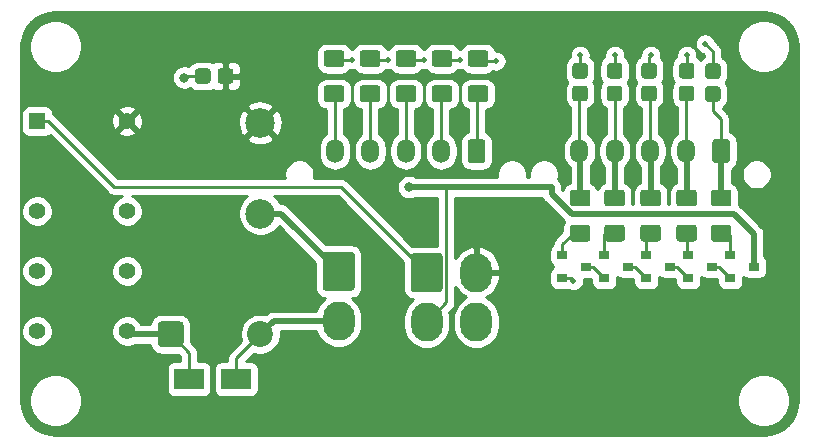
<source format=gbr>
G04 #@! TF.GenerationSoftware,KiCad,Pcbnew,(5.1.6)-1*
G04 #@! TF.CreationDate,2020-11-26T12:39:26+11:00*
G04 #@! TF.ProjectId,HardFault-Interpose-V0,48617264-4661-4756-9c74-2d496e746572,rev?*
G04 #@! TF.SameCoordinates,Original*
G04 #@! TF.FileFunction,Copper,L1,Top*
G04 #@! TF.FilePolarity,Positive*
%FSLAX46Y46*%
G04 Gerber Fmt 4.6, Leading zero omitted, Abs format (unit mm)*
G04 Created by KiCad (PCBNEW (5.1.6)-1) date 2020-11-26 12:39:26*
%MOMM*%
%LPD*%
G01*
G04 APERTURE LIST*
G04 #@! TA.AperFunction,SMDPad,CuDef*
%ADD10R,2.500000X1.800000*%
G04 #@! TD*
G04 #@! TA.AperFunction,ComponentPad*
%ADD11O,1.500000X2.020000*%
G04 #@! TD*
G04 #@! TA.AperFunction,ComponentPad*
%ADD12O,2.700000X3.300000*%
G04 #@! TD*
G04 #@! TA.AperFunction,ComponentPad*
%ADD13R,1.400000X1.400000*%
G04 #@! TD*
G04 #@! TA.AperFunction,ComponentPad*
%ADD14C,1.400000*%
G04 #@! TD*
G04 #@! TA.AperFunction,ComponentPad*
%ADD15C,2.500000*%
G04 #@! TD*
G04 #@! TA.AperFunction,ComponentPad*
%ADD16C,2.200000*%
G04 #@! TD*
G04 #@! TA.AperFunction,SMDPad,CuDef*
%ADD17R,0.900000X0.800000*%
G04 #@! TD*
G04 #@! TA.AperFunction,ViaPad*
%ADD18C,0.500000*%
G04 #@! TD*
G04 #@! TA.AperFunction,ViaPad*
%ADD19C,0.800000*%
G04 #@! TD*
G04 #@! TA.AperFunction,Conductor*
%ADD20C,0.250000*%
G04 #@! TD*
G04 #@! TA.AperFunction,Conductor*
%ADD21C,0.500000*%
G04 #@! TD*
G04 #@! TA.AperFunction,Conductor*
%ADD22C,0.254000*%
G04 #@! TD*
G04 APERTURE END LIST*
G04 #@! TA.AperFunction,SMDPad,CuDef*
G36*
G01*
X145968000Y-70809000D02*
X146768000Y-70809000D01*
G75*
G02*
X147018000Y-71059000I0J-250000D01*
G01*
X147018000Y-71884000D01*
G75*
G02*
X146768000Y-72134000I-250000J0D01*
G01*
X145968000Y-72134000D01*
G75*
G02*
X145718000Y-71884000I0J250000D01*
G01*
X145718000Y-71059000D01*
G75*
G02*
X145968000Y-70809000I250000J0D01*
G01*
G37*
G04 #@! TD.AperFunction*
G04 #@! TA.AperFunction,SMDPad,CuDef*
G36*
G01*
X145968000Y-72734000D02*
X146768000Y-72734000D01*
G75*
G02*
X147018000Y-72984000I0J-250000D01*
G01*
X147018000Y-73809000D01*
G75*
G02*
X146768000Y-74059000I-250000J0D01*
G01*
X145968000Y-74059000D01*
G75*
G02*
X145718000Y-73809000I0J250000D01*
G01*
X145718000Y-72984000D01*
G75*
G02*
X145968000Y-72734000I250000J0D01*
G01*
G37*
G04 #@! TD.AperFunction*
G04 #@! TA.AperFunction,SMDPad,CuDef*
G36*
G01*
X143745000Y-72690000D02*
X144545000Y-72690000D01*
G75*
G02*
X144795000Y-72940000I0J-250000D01*
G01*
X144795000Y-73765000D01*
G75*
G02*
X144545000Y-74015000I-250000J0D01*
G01*
X143745000Y-74015000D01*
G75*
G02*
X143495000Y-73765000I0J250000D01*
G01*
X143495000Y-72940000D01*
G75*
G02*
X143745000Y-72690000I250000J0D01*
G01*
G37*
G04 #@! TD.AperFunction*
G04 #@! TA.AperFunction,SMDPad,CuDef*
G36*
G01*
X143745000Y-70765000D02*
X144545000Y-70765000D01*
G75*
G02*
X144795000Y-71015000I0J-250000D01*
G01*
X144795000Y-71840000D01*
G75*
G02*
X144545000Y-72090000I-250000J0D01*
G01*
X143745000Y-72090000D01*
G75*
G02*
X143495000Y-71840000I0J250000D01*
G01*
X143495000Y-71015000D01*
G75*
G02*
X143745000Y-70765000I250000J0D01*
G01*
G37*
G04 #@! TD.AperFunction*
G04 #@! TA.AperFunction,SMDPad,CuDef*
G36*
G01*
X140570000Y-72690000D02*
X141370000Y-72690000D01*
G75*
G02*
X141620000Y-72940000I0J-250000D01*
G01*
X141620000Y-73765000D01*
G75*
G02*
X141370000Y-74015000I-250000J0D01*
G01*
X140570000Y-74015000D01*
G75*
G02*
X140320000Y-73765000I0J250000D01*
G01*
X140320000Y-72940000D01*
G75*
G02*
X140570000Y-72690000I250000J0D01*
G01*
G37*
G04 #@! TD.AperFunction*
G04 #@! TA.AperFunction,SMDPad,CuDef*
G36*
G01*
X140570000Y-70765000D02*
X141370000Y-70765000D01*
G75*
G02*
X141620000Y-71015000I0J-250000D01*
G01*
X141620000Y-71840000D01*
G75*
G02*
X141370000Y-72090000I-250000J0D01*
G01*
X140570000Y-72090000D01*
G75*
G02*
X140320000Y-71840000I0J250000D01*
G01*
X140320000Y-71015000D01*
G75*
G02*
X140570000Y-70765000I250000J0D01*
G01*
G37*
G04 #@! TD.AperFunction*
G04 #@! TA.AperFunction,SMDPad,CuDef*
G36*
G01*
X137649000Y-72690000D02*
X138449000Y-72690000D01*
G75*
G02*
X138699000Y-72940000I0J-250000D01*
G01*
X138699000Y-73765000D01*
G75*
G02*
X138449000Y-74015000I-250000J0D01*
G01*
X137649000Y-74015000D01*
G75*
G02*
X137399000Y-73765000I0J250000D01*
G01*
X137399000Y-72940000D01*
G75*
G02*
X137649000Y-72690000I250000J0D01*
G01*
G37*
G04 #@! TD.AperFunction*
G04 #@! TA.AperFunction,SMDPad,CuDef*
G36*
G01*
X137649000Y-70765000D02*
X138449000Y-70765000D01*
G75*
G02*
X138699000Y-71015000I0J-250000D01*
G01*
X138699000Y-71840000D01*
G75*
G02*
X138449000Y-72090000I-250000J0D01*
G01*
X137649000Y-72090000D01*
G75*
G02*
X137399000Y-71840000I0J250000D01*
G01*
X137399000Y-71015000D01*
G75*
G02*
X137649000Y-70765000I250000J0D01*
G01*
G37*
G04 #@! TD.AperFunction*
G04 #@! TA.AperFunction,SMDPad,CuDef*
G36*
G01*
X134728000Y-70765000D02*
X135528000Y-70765000D01*
G75*
G02*
X135778000Y-71015000I0J-250000D01*
G01*
X135778000Y-71840000D01*
G75*
G02*
X135528000Y-72090000I-250000J0D01*
G01*
X134728000Y-72090000D01*
G75*
G02*
X134478000Y-71840000I0J250000D01*
G01*
X134478000Y-71015000D01*
G75*
G02*
X134728000Y-70765000I250000J0D01*
G01*
G37*
G04 #@! TD.AperFunction*
G04 #@! TA.AperFunction,SMDPad,CuDef*
G36*
G01*
X134728000Y-72690000D02*
X135528000Y-72690000D01*
G75*
G02*
X135778000Y-72940000I0J-250000D01*
G01*
X135778000Y-73765000D01*
G75*
G02*
X135528000Y-74015000I-250000J0D01*
G01*
X134728000Y-74015000D01*
G75*
G02*
X134478000Y-73765000I0J250000D01*
G01*
X134478000Y-72940000D01*
G75*
G02*
X134728000Y-72690000I250000J0D01*
G01*
G37*
G04 #@! TD.AperFunction*
G04 #@! TA.AperFunction,SMDPad,CuDef*
G36*
G01*
X102515000Y-72282000D02*
X102515000Y-71482000D01*
G75*
G02*
X102765000Y-71232000I250000J0D01*
G01*
X103590000Y-71232000D01*
G75*
G02*
X103840000Y-71482000I0J-250000D01*
G01*
X103840000Y-72282000D01*
G75*
G02*
X103590000Y-72532000I-250000J0D01*
G01*
X102765000Y-72532000D01*
G75*
G02*
X102515000Y-72282000I0J250000D01*
G01*
G37*
G04 #@! TD.AperFunction*
G04 #@! TA.AperFunction,SMDPad,CuDef*
G36*
G01*
X104440000Y-72282000D02*
X104440000Y-71482000D01*
G75*
G02*
X104690000Y-71232000I250000J0D01*
G01*
X105515000Y-71232000D01*
G75*
G02*
X105765000Y-71482000I0J-250000D01*
G01*
X105765000Y-72282000D01*
G75*
G02*
X105515000Y-72532000I-250000J0D01*
G01*
X104690000Y-72532000D01*
G75*
G02*
X104440000Y-72282000I0J250000D01*
G01*
G37*
G04 #@! TD.AperFunction*
D10*
X106013000Y-97536000D03*
X102013000Y-97536000D03*
G04 #@! TA.AperFunction,ComponentPad*
G36*
G01*
X147816000Y-77472000D02*
X147816000Y-78992000D01*
G75*
G02*
X147566000Y-79242000I-250000J0D01*
G01*
X146566000Y-79242000D01*
G75*
G02*
X146316000Y-78992000I0J250000D01*
G01*
X146316000Y-77472000D01*
G75*
G02*
X146566000Y-77222000I250000J0D01*
G01*
X147566000Y-77222000D01*
G75*
G02*
X147816000Y-77472000I0J-250000D01*
G01*
G37*
G04 #@! TD.AperFunction*
D11*
X144066000Y-78232000D03*
X141066000Y-78232000D03*
X138066000Y-78232000D03*
X135066000Y-78232000D03*
X114365000Y-78232000D03*
X117365000Y-78232000D03*
X120365000Y-78232000D03*
X123365000Y-78232000D03*
G04 #@! TA.AperFunction,ComponentPad*
G36*
G01*
X127115000Y-77472000D02*
X127115000Y-78992000D01*
G75*
G02*
X126865000Y-79242000I-250000J0D01*
G01*
X125865000Y-79242000D01*
G75*
G02*
X125615000Y-78992000I0J250000D01*
G01*
X125615000Y-77472000D01*
G75*
G02*
X125865000Y-77222000I250000J0D01*
G01*
X126865000Y-77222000D01*
G75*
G02*
X127115000Y-77472000I0J-250000D01*
G01*
G37*
G04 #@! TD.AperFunction*
D12*
X114687001Y-92611001D03*
G04 #@! TA.AperFunction,ComponentPad*
G36*
G01*
X113337001Y-89811000D02*
X113337001Y-87011002D01*
G75*
G02*
X113587002Y-86761001I250001J0D01*
G01*
X115787000Y-86761001D01*
G75*
G02*
X116037001Y-87011002I0J-250001D01*
G01*
X116037001Y-89811000D01*
G75*
G02*
X115787000Y-90061001I-250001J0D01*
G01*
X113587002Y-90061001D01*
G75*
G02*
X113337001Y-89811000I0J250001D01*
G01*
G37*
G04 #@! TD.AperFunction*
G04 #@! TA.AperFunction,ComponentPad*
G36*
G01*
X120787001Y-89911000D02*
X120787001Y-87111002D01*
G75*
G02*
X121037002Y-86861001I250001J0D01*
G01*
X123237000Y-86861001D01*
G75*
G02*
X123487001Y-87111002I0J-250001D01*
G01*
X123487001Y-89911000D01*
G75*
G02*
X123237000Y-90161001I-250001J0D01*
G01*
X121037002Y-90161001D01*
G75*
G02*
X120787001Y-89911000I0J250001D01*
G01*
G37*
G04 #@! TD.AperFunction*
X126337001Y-88511001D03*
X122137001Y-92711001D03*
X126337001Y-92711001D03*
D13*
X89154000Y-75692000D03*
D14*
X96774000Y-75692000D03*
X89154000Y-88382000D03*
X89154000Y-93472000D03*
X89154000Y-83312000D03*
X96784000Y-88402000D03*
X96784000Y-93482000D03*
X96774000Y-83312000D03*
D15*
X108057000Y-83526000D03*
G04 #@! TA.AperFunction,ComponentPad*
G36*
G01*
X101216000Y-94826000D02*
X99698000Y-94826000D01*
G75*
G02*
X99357000Y-94485000I0J341000D01*
G01*
X99357000Y-92967000D01*
G75*
G02*
X99698000Y-92626000I341000J0D01*
G01*
X101216000Y-92626000D01*
G75*
G02*
X101557000Y-92967000I0J-341000D01*
G01*
X101557000Y-94485000D01*
G75*
G02*
X101216000Y-94826000I-341000J0D01*
G01*
G37*
G04 #@! TD.AperFunction*
D16*
X108057000Y-93726000D03*
D15*
X108057000Y-75826000D03*
D17*
X147844000Y-87061000D03*
X147844000Y-88961000D03*
X149844000Y-88011000D03*
X144288000Y-87061000D03*
X144288000Y-88961000D03*
X146288000Y-88011000D03*
X142732000Y-88011000D03*
X140732000Y-88961000D03*
X140732000Y-87061000D03*
X139176000Y-88011000D03*
X137176000Y-88961000D03*
X137176000Y-87061000D03*
X133620000Y-87061000D03*
X133620000Y-88961000D03*
X135620000Y-88011000D03*
G04 #@! TA.AperFunction,SMDPad,CuDef*
G36*
G01*
X146441000Y-81493000D02*
X147691000Y-81493000D01*
G75*
G02*
X147941000Y-81743000I0J-250000D01*
G01*
X147941000Y-82668000D01*
G75*
G02*
X147691000Y-82918000I-250000J0D01*
G01*
X146441000Y-82918000D01*
G75*
G02*
X146191000Y-82668000I0J250000D01*
G01*
X146191000Y-81743000D01*
G75*
G02*
X146441000Y-81493000I250000J0D01*
G01*
G37*
G04 #@! TD.AperFunction*
G04 #@! TA.AperFunction,SMDPad,CuDef*
G36*
G01*
X146441000Y-84468000D02*
X147691000Y-84468000D01*
G75*
G02*
X147941000Y-84718000I0J-250000D01*
G01*
X147941000Y-85643000D01*
G75*
G02*
X147691000Y-85893000I-250000J0D01*
G01*
X146441000Y-85893000D01*
G75*
G02*
X146191000Y-85643000I0J250000D01*
G01*
X146191000Y-84718000D01*
G75*
G02*
X146441000Y-84468000I250000J0D01*
G01*
G37*
G04 #@! TD.AperFunction*
G04 #@! TA.AperFunction,SMDPad,CuDef*
G36*
G01*
X143520000Y-84468000D02*
X144770000Y-84468000D01*
G75*
G02*
X145020000Y-84718000I0J-250000D01*
G01*
X145020000Y-85643000D01*
G75*
G02*
X144770000Y-85893000I-250000J0D01*
G01*
X143520000Y-85893000D01*
G75*
G02*
X143270000Y-85643000I0J250000D01*
G01*
X143270000Y-84718000D01*
G75*
G02*
X143520000Y-84468000I250000J0D01*
G01*
G37*
G04 #@! TD.AperFunction*
G04 #@! TA.AperFunction,SMDPad,CuDef*
G36*
G01*
X143520000Y-81493000D02*
X144770000Y-81493000D01*
G75*
G02*
X145020000Y-81743000I0J-250000D01*
G01*
X145020000Y-82668000D01*
G75*
G02*
X144770000Y-82918000I-250000J0D01*
G01*
X143520000Y-82918000D01*
G75*
G02*
X143270000Y-82668000I0J250000D01*
G01*
X143270000Y-81743000D01*
G75*
G02*
X143520000Y-81493000I250000J0D01*
G01*
G37*
G04 #@! TD.AperFunction*
G04 #@! TA.AperFunction,SMDPad,CuDef*
G36*
G01*
X140472000Y-81493000D02*
X141722000Y-81493000D01*
G75*
G02*
X141972000Y-81743000I0J-250000D01*
G01*
X141972000Y-82668000D01*
G75*
G02*
X141722000Y-82918000I-250000J0D01*
G01*
X140472000Y-82918000D01*
G75*
G02*
X140222000Y-82668000I0J250000D01*
G01*
X140222000Y-81743000D01*
G75*
G02*
X140472000Y-81493000I250000J0D01*
G01*
G37*
G04 #@! TD.AperFunction*
G04 #@! TA.AperFunction,SMDPad,CuDef*
G36*
G01*
X140472000Y-84468000D02*
X141722000Y-84468000D01*
G75*
G02*
X141972000Y-84718000I0J-250000D01*
G01*
X141972000Y-85643000D01*
G75*
G02*
X141722000Y-85893000I-250000J0D01*
G01*
X140472000Y-85893000D01*
G75*
G02*
X140222000Y-85643000I0J250000D01*
G01*
X140222000Y-84718000D01*
G75*
G02*
X140472000Y-84468000I250000J0D01*
G01*
G37*
G04 #@! TD.AperFunction*
G04 #@! TA.AperFunction,SMDPad,CuDef*
G36*
G01*
X137424000Y-84468000D02*
X138674000Y-84468000D01*
G75*
G02*
X138924000Y-84718000I0J-250000D01*
G01*
X138924000Y-85643000D01*
G75*
G02*
X138674000Y-85893000I-250000J0D01*
G01*
X137424000Y-85893000D01*
G75*
G02*
X137174000Y-85643000I0J250000D01*
G01*
X137174000Y-84718000D01*
G75*
G02*
X137424000Y-84468000I250000J0D01*
G01*
G37*
G04 #@! TD.AperFunction*
G04 #@! TA.AperFunction,SMDPad,CuDef*
G36*
G01*
X137424000Y-81493000D02*
X138674000Y-81493000D01*
G75*
G02*
X138924000Y-81743000I0J-250000D01*
G01*
X138924000Y-82668000D01*
G75*
G02*
X138674000Y-82918000I-250000J0D01*
G01*
X137424000Y-82918000D01*
G75*
G02*
X137174000Y-82668000I0J250000D01*
G01*
X137174000Y-81743000D01*
G75*
G02*
X137424000Y-81493000I250000J0D01*
G01*
G37*
G04 #@! TD.AperFunction*
G04 #@! TA.AperFunction,SMDPad,CuDef*
G36*
G01*
X134503000Y-84468000D02*
X135753000Y-84468000D01*
G75*
G02*
X136003000Y-84718000I0J-250000D01*
G01*
X136003000Y-85643000D01*
G75*
G02*
X135753000Y-85893000I-250000J0D01*
G01*
X134503000Y-85893000D01*
G75*
G02*
X134253000Y-85643000I0J250000D01*
G01*
X134253000Y-84718000D01*
G75*
G02*
X134503000Y-84468000I250000J0D01*
G01*
G37*
G04 #@! TD.AperFunction*
G04 #@! TA.AperFunction,SMDPad,CuDef*
G36*
G01*
X134503000Y-81493000D02*
X135753000Y-81493000D01*
G75*
G02*
X136003000Y-81743000I0J-250000D01*
G01*
X136003000Y-82668000D01*
G75*
G02*
X135753000Y-82918000I-250000J0D01*
G01*
X134503000Y-82918000D01*
G75*
G02*
X134253000Y-82668000I0J250000D01*
G01*
X134253000Y-81743000D01*
G75*
G02*
X134503000Y-81493000I250000J0D01*
G01*
G37*
G04 #@! TD.AperFunction*
G04 #@! TA.AperFunction,SMDPad,CuDef*
G36*
G01*
X127117000Y-74082000D02*
X125867000Y-74082000D01*
G75*
G02*
X125617000Y-73832000I0J250000D01*
G01*
X125617000Y-72907000D01*
G75*
G02*
X125867000Y-72657000I250000J0D01*
G01*
X127117000Y-72657000D01*
G75*
G02*
X127367000Y-72907000I0J-250000D01*
G01*
X127367000Y-73832000D01*
G75*
G02*
X127117000Y-74082000I-250000J0D01*
G01*
G37*
G04 #@! TD.AperFunction*
G04 #@! TA.AperFunction,SMDPad,CuDef*
G36*
G01*
X127117000Y-71107000D02*
X125867000Y-71107000D01*
G75*
G02*
X125617000Y-70857000I0J250000D01*
G01*
X125617000Y-69932000D01*
G75*
G02*
X125867000Y-69682000I250000J0D01*
G01*
X127117000Y-69682000D01*
G75*
G02*
X127367000Y-69932000I0J-250000D01*
G01*
X127367000Y-70857000D01*
G75*
G02*
X127117000Y-71107000I-250000J0D01*
G01*
G37*
G04 #@! TD.AperFunction*
G04 #@! TA.AperFunction,SMDPad,CuDef*
G36*
G01*
X124069000Y-71107000D02*
X122819000Y-71107000D01*
G75*
G02*
X122569000Y-70857000I0J250000D01*
G01*
X122569000Y-69932000D01*
G75*
G02*
X122819000Y-69682000I250000J0D01*
G01*
X124069000Y-69682000D01*
G75*
G02*
X124319000Y-69932000I0J-250000D01*
G01*
X124319000Y-70857000D01*
G75*
G02*
X124069000Y-71107000I-250000J0D01*
G01*
G37*
G04 #@! TD.AperFunction*
G04 #@! TA.AperFunction,SMDPad,CuDef*
G36*
G01*
X124069000Y-74082000D02*
X122819000Y-74082000D01*
G75*
G02*
X122569000Y-73832000I0J250000D01*
G01*
X122569000Y-72907000D01*
G75*
G02*
X122819000Y-72657000I250000J0D01*
G01*
X124069000Y-72657000D01*
G75*
G02*
X124319000Y-72907000I0J-250000D01*
G01*
X124319000Y-73832000D01*
G75*
G02*
X124069000Y-74082000I-250000J0D01*
G01*
G37*
G04 #@! TD.AperFunction*
G04 #@! TA.AperFunction,SMDPad,CuDef*
G36*
G01*
X121021000Y-74082000D02*
X119771000Y-74082000D01*
G75*
G02*
X119521000Y-73832000I0J250000D01*
G01*
X119521000Y-72907000D01*
G75*
G02*
X119771000Y-72657000I250000J0D01*
G01*
X121021000Y-72657000D01*
G75*
G02*
X121271000Y-72907000I0J-250000D01*
G01*
X121271000Y-73832000D01*
G75*
G02*
X121021000Y-74082000I-250000J0D01*
G01*
G37*
G04 #@! TD.AperFunction*
G04 #@! TA.AperFunction,SMDPad,CuDef*
G36*
G01*
X121021000Y-71107000D02*
X119771000Y-71107000D01*
G75*
G02*
X119521000Y-70857000I0J250000D01*
G01*
X119521000Y-69932000D01*
G75*
G02*
X119771000Y-69682000I250000J0D01*
G01*
X121021000Y-69682000D01*
G75*
G02*
X121271000Y-69932000I0J-250000D01*
G01*
X121271000Y-70857000D01*
G75*
G02*
X121021000Y-71107000I-250000J0D01*
G01*
G37*
G04 #@! TD.AperFunction*
G04 #@! TA.AperFunction,SMDPad,CuDef*
G36*
G01*
X117973000Y-71107000D02*
X116723000Y-71107000D01*
G75*
G02*
X116473000Y-70857000I0J250000D01*
G01*
X116473000Y-69932000D01*
G75*
G02*
X116723000Y-69682000I250000J0D01*
G01*
X117973000Y-69682000D01*
G75*
G02*
X118223000Y-69932000I0J-250000D01*
G01*
X118223000Y-70857000D01*
G75*
G02*
X117973000Y-71107000I-250000J0D01*
G01*
G37*
G04 #@! TD.AperFunction*
G04 #@! TA.AperFunction,SMDPad,CuDef*
G36*
G01*
X117973000Y-74082000D02*
X116723000Y-74082000D01*
G75*
G02*
X116473000Y-73832000I0J250000D01*
G01*
X116473000Y-72907000D01*
G75*
G02*
X116723000Y-72657000I250000J0D01*
G01*
X117973000Y-72657000D01*
G75*
G02*
X118223000Y-72907000I0J-250000D01*
G01*
X118223000Y-73832000D01*
G75*
G02*
X117973000Y-74082000I-250000J0D01*
G01*
G37*
G04 #@! TD.AperFunction*
G04 #@! TA.AperFunction,SMDPad,CuDef*
G36*
G01*
X114925000Y-74082000D02*
X113675000Y-74082000D01*
G75*
G02*
X113425000Y-73832000I0J250000D01*
G01*
X113425000Y-72907000D01*
G75*
G02*
X113675000Y-72657000I250000J0D01*
G01*
X114925000Y-72657000D01*
G75*
G02*
X115175000Y-72907000I0J-250000D01*
G01*
X115175000Y-73832000D01*
G75*
G02*
X114925000Y-74082000I-250000J0D01*
G01*
G37*
G04 #@! TD.AperFunction*
G04 #@! TA.AperFunction,SMDPad,CuDef*
G36*
G01*
X114925000Y-71107000D02*
X113675000Y-71107000D01*
G75*
G02*
X113425000Y-70857000I0J250000D01*
G01*
X113425000Y-69932000D01*
G75*
G02*
X113675000Y-69682000I250000J0D01*
G01*
X114925000Y-69682000D01*
G75*
G02*
X115175000Y-69932000I0J-250000D01*
G01*
X115175000Y-70857000D01*
G75*
G02*
X114925000Y-71107000I-250000J0D01*
G01*
G37*
G04 #@! TD.AperFunction*
D18*
X134566500Y-89207500D03*
X147764500Y-85407500D03*
X144145000Y-84963000D03*
X141097000Y-84709000D03*
X137484500Y-84906500D03*
X134493000Y-85217000D03*
X145733000Y-69132000D03*
X128016000Y-70612000D03*
X124968000Y-70485000D03*
X144145000Y-70104000D03*
X121920000Y-70485000D03*
X141097000Y-70104000D03*
X118872000Y-70485000D03*
X138049000Y-70104000D03*
X135128000Y-70104000D03*
X115824000Y-70485000D03*
D19*
X101600000Y-72009000D03*
X120647001Y-81277001D03*
D20*
X134320000Y-88961000D02*
X134566500Y-89207500D01*
X133620000Y-88961000D02*
X134320000Y-88961000D01*
X134566500Y-89207500D02*
X134620000Y-89261000D01*
X147844000Y-85487000D02*
X147844000Y-87061000D01*
X147764500Y-85407500D02*
X147844000Y-85487000D01*
X144145000Y-86918000D02*
X144288000Y-87061000D01*
X144145000Y-84963000D02*
X144145000Y-86918000D01*
X140732000Y-85074000D02*
X140732000Y-87061000D01*
X141097000Y-84709000D02*
X140732000Y-85074000D01*
X141097000Y-84709000D02*
X141097000Y-84709000D01*
X137176000Y-86411000D02*
X137176000Y-87061000D01*
X137176000Y-85215000D02*
X137176000Y-86411000D01*
X137484500Y-84906500D02*
X137176000Y-85215000D01*
X133620000Y-86090000D02*
X133620000Y-87061000D01*
X134493000Y-85217000D02*
X133620000Y-86090000D01*
X146368000Y-71471500D02*
X146368000Y-69767000D01*
X146368000Y-69767000D02*
X145733000Y-69132000D01*
X145733000Y-69132000D02*
X145733000Y-69132000D01*
X126709500Y-70612000D02*
X126492000Y-70394500D01*
X128016000Y-70612000D02*
X126709500Y-70612000D01*
D21*
X147066000Y-82205500D02*
X147066000Y-78232000D01*
D20*
X146368000Y-73396500D02*
X146368000Y-74847000D01*
X147066000Y-75545000D02*
X147066000Y-78232000D01*
X146368000Y-74847000D02*
X147066000Y-75545000D01*
X144066000Y-73431500D02*
X144145000Y-73352500D01*
X144066000Y-78232000D02*
X144066000Y-73431500D01*
X123534500Y-70485000D02*
X123444000Y-70394500D01*
X124968000Y-70485000D02*
X123534500Y-70485000D01*
D21*
X144145000Y-78311000D02*
X144066000Y-78232000D01*
X144145000Y-82205500D02*
X144145000Y-78311000D01*
D20*
X144145000Y-71427500D02*
X144145000Y-70104000D01*
X141066000Y-73448500D02*
X140970000Y-73352500D01*
X141066000Y-78232000D02*
X141066000Y-73448500D01*
X120486500Y-70485000D02*
X120396000Y-70394500D01*
X121920000Y-70485000D02*
X120486500Y-70485000D01*
D21*
X141097000Y-78263000D02*
X141066000Y-78232000D01*
X141097000Y-82205500D02*
X141097000Y-78263000D01*
D20*
X140970000Y-70231000D02*
X141097000Y-70104000D01*
X140970000Y-71427500D02*
X140970000Y-70231000D01*
X138066000Y-73369500D02*
X138049000Y-73352500D01*
X138066000Y-78232000D02*
X138066000Y-73369500D01*
X117438500Y-70485000D02*
X117348000Y-70394500D01*
X118872000Y-70485000D02*
X117438500Y-70485000D01*
D21*
X138049000Y-78249000D02*
X138066000Y-78232000D01*
X138049000Y-82205500D02*
X138049000Y-78249000D01*
D20*
X138049000Y-71427500D02*
X138049000Y-70104000D01*
X135128000Y-71427500D02*
X135128000Y-70104000D01*
X135066000Y-73414500D02*
X135128000Y-73352500D01*
X135066000Y-78232000D02*
X135066000Y-73414500D01*
X114390500Y-70485000D02*
X114300000Y-70394500D01*
X115824000Y-70485000D02*
X114390500Y-70485000D01*
D21*
X135128000Y-78294000D02*
X135066000Y-78232000D01*
X135128000Y-82205500D02*
X135128000Y-78294000D01*
D20*
X90104000Y-75692000D02*
X95692000Y-81280000D01*
X89154000Y-75692000D02*
X90104000Y-75692000D01*
X114906000Y-81280000D02*
X122137001Y-88511001D01*
X95692000Y-81280000D02*
X114906000Y-81280000D01*
X101727000Y-71882000D02*
X101600000Y-72009000D01*
X103177500Y-71882000D02*
X101727000Y-71882000D01*
D21*
X109171999Y-92611001D02*
X108057000Y-93726000D01*
X114687001Y-92611001D02*
X109171999Y-92611001D01*
D20*
X106013000Y-95770000D02*
X106013000Y-97536000D01*
X108057000Y-93726000D02*
X106013000Y-95770000D01*
D21*
X97028000Y-93726000D02*
X96784000Y-93482000D01*
X100457000Y-93726000D02*
X97028000Y-93726000D01*
D20*
X102013000Y-95282000D02*
X100457000Y-93726000D01*
X102013000Y-97536000D02*
X102013000Y-95282000D01*
X114365000Y-73434500D02*
X114300000Y-73369500D01*
X114365000Y-78232000D02*
X114365000Y-73434500D01*
X117365000Y-73386500D02*
X117348000Y-73369500D01*
X117365000Y-78232000D02*
X117365000Y-73386500D01*
X120365000Y-73400500D02*
X120396000Y-73369500D01*
X120365000Y-78232000D02*
X120365000Y-73400500D01*
X123365000Y-73448500D02*
X123444000Y-73369500D01*
X123365000Y-78232000D02*
X123365000Y-73448500D01*
X126365000Y-73496500D02*
X126492000Y-73369500D01*
X126365000Y-78232000D02*
X126365000Y-73496500D01*
D21*
X109802000Y-83526000D02*
X108057000Y-83526000D01*
X114687001Y-88411001D02*
X109802000Y-83526000D01*
X120647001Y-81277001D02*
X121212686Y-81277001D01*
X121212686Y-81277001D02*
X121215685Y-81280000D01*
X132715000Y-81869966D02*
X134427034Y-83582000D01*
X132715000Y-81280000D02*
X132715000Y-81869966D01*
X134427034Y-83582000D02*
X148146000Y-83582000D01*
X149844000Y-85280000D02*
X149844000Y-88011000D01*
X148146000Y-83582000D02*
X149844000Y-85280000D01*
D20*
X123812011Y-81441011D02*
X123651000Y-81280000D01*
X123812011Y-91035991D02*
X123812011Y-81441011D01*
X122137001Y-92711001D02*
X123812011Y-91035991D01*
D21*
X121215685Y-81280000D02*
X123651000Y-81280000D01*
X123651000Y-81280000D02*
X132715000Y-81280000D01*
D20*
X146894000Y-88011000D02*
X147844000Y-88961000D01*
X146288000Y-88011000D02*
X146894000Y-88011000D01*
X143338000Y-88011000D02*
X144288000Y-88961000D01*
X142732000Y-88011000D02*
X143338000Y-88011000D01*
X139782000Y-88011000D02*
X140732000Y-88961000D01*
X139176000Y-88011000D02*
X139782000Y-88011000D01*
X136226000Y-88011000D02*
X137176000Y-88961000D01*
X135620000Y-88011000D02*
X136226000Y-88011000D01*
D22*
G36*
X151247886Y-66520258D02*
G01*
X151788376Y-66683442D01*
X152286867Y-66948494D01*
X152724388Y-67305326D01*
X153084271Y-67740350D01*
X153352799Y-68236983D01*
X153519749Y-68776315D01*
X153582000Y-69368596D01*
X153582001Y-99325712D01*
X153523742Y-99919886D01*
X153360559Y-100460374D01*
X153095506Y-100958867D01*
X152738669Y-101396393D01*
X152303653Y-101756269D01*
X151807019Y-102024798D01*
X151267690Y-102191749D01*
X150675404Y-102254000D01*
X90718278Y-102254000D01*
X90124114Y-102195742D01*
X89583626Y-102032559D01*
X89085133Y-101767506D01*
X88647607Y-101410669D01*
X88287731Y-100975653D01*
X88019202Y-100479019D01*
X87852251Y-99939690D01*
X87790000Y-99347404D01*
X87790000Y-99137872D01*
X88451000Y-99137872D01*
X88451000Y-99578128D01*
X88536890Y-100009925D01*
X88705369Y-100416669D01*
X88949962Y-100782729D01*
X89261271Y-101094038D01*
X89627331Y-101338631D01*
X90034075Y-101507110D01*
X90465872Y-101593000D01*
X90906128Y-101593000D01*
X91337925Y-101507110D01*
X91744669Y-101338631D01*
X92110729Y-101094038D01*
X92422038Y-100782729D01*
X92666631Y-100416669D01*
X92835110Y-100009925D01*
X92921000Y-99578128D01*
X92921000Y-99137872D01*
X148451000Y-99137872D01*
X148451000Y-99578128D01*
X148536890Y-100009925D01*
X148705369Y-100416669D01*
X148949962Y-100782729D01*
X149261271Y-101094038D01*
X149627331Y-101338631D01*
X150034075Y-101507110D01*
X150465872Y-101593000D01*
X150906128Y-101593000D01*
X151337925Y-101507110D01*
X151744669Y-101338631D01*
X152110729Y-101094038D01*
X152422038Y-100782729D01*
X152666631Y-100416669D01*
X152835110Y-100009925D01*
X152921000Y-99578128D01*
X152921000Y-99137872D01*
X152835110Y-98706075D01*
X152666631Y-98299331D01*
X152422038Y-97933271D01*
X152110729Y-97621962D01*
X151744669Y-97377369D01*
X151337925Y-97208890D01*
X150906128Y-97123000D01*
X150465872Y-97123000D01*
X150034075Y-97208890D01*
X149627331Y-97377369D01*
X149261271Y-97621962D01*
X148949962Y-97933271D01*
X148705369Y-98299331D01*
X148536890Y-98706075D01*
X148451000Y-99137872D01*
X92921000Y-99137872D01*
X92835110Y-98706075D01*
X92666631Y-98299331D01*
X92422038Y-97933271D01*
X92110729Y-97621962D01*
X91744669Y-97377369D01*
X91337925Y-97208890D01*
X90906128Y-97123000D01*
X90465872Y-97123000D01*
X90034075Y-97208890D01*
X89627331Y-97377369D01*
X89261271Y-97621962D01*
X88949962Y-97933271D01*
X88705369Y-98299331D01*
X88536890Y-98706075D01*
X88451000Y-99137872D01*
X87790000Y-99137872D01*
X87790000Y-93340514D01*
X87819000Y-93340514D01*
X87819000Y-93603486D01*
X87870304Y-93861405D01*
X87970939Y-94104359D01*
X88117038Y-94323013D01*
X88302987Y-94508962D01*
X88521641Y-94655061D01*
X88764595Y-94755696D01*
X89022514Y-94807000D01*
X89285486Y-94807000D01*
X89543405Y-94755696D01*
X89786359Y-94655061D01*
X90005013Y-94508962D01*
X90190962Y-94323013D01*
X90337061Y-94104359D01*
X90437696Y-93861405D01*
X90489000Y-93603486D01*
X90489000Y-93350514D01*
X95449000Y-93350514D01*
X95449000Y-93613486D01*
X95500304Y-93871405D01*
X95600939Y-94114359D01*
X95747038Y-94333013D01*
X95932987Y-94518962D01*
X96151641Y-94665061D01*
X96394595Y-94765696D01*
X96652514Y-94817000D01*
X96915486Y-94817000D01*
X97173405Y-94765696D01*
X97416359Y-94665061D01*
X97497268Y-94611000D01*
X98731338Y-94611000D01*
X98737741Y-94676007D01*
X98793455Y-94859675D01*
X98883931Y-95028943D01*
X99005692Y-95177308D01*
X99154057Y-95299069D01*
X99323325Y-95389545D01*
X99506993Y-95445259D01*
X99698000Y-95464072D01*
X101120270Y-95464072D01*
X101253001Y-95596803D01*
X101253001Y-95997928D01*
X100763000Y-95997928D01*
X100638518Y-96010188D01*
X100518820Y-96046498D01*
X100408506Y-96105463D01*
X100311815Y-96184815D01*
X100232463Y-96281506D01*
X100173498Y-96391820D01*
X100137188Y-96511518D01*
X100124928Y-96636000D01*
X100124928Y-98436000D01*
X100137188Y-98560482D01*
X100173498Y-98680180D01*
X100232463Y-98790494D01*
X100311815Y-98887185D01*
X100408506Y-98966537D01*
X100518820Y-99025502D01*
X100638518Y-99061812D01*
X100763000Y-99074072D01*
X103263000Y-99074072D01*
X103387482Y-99061812D01*
X103507180Y-99025502D01*
X103617494Y-98966537D01*
X103714185Y-98887185D01*
X103793537Y-98790494D01*
X103852502Y-98680180D01*
X103888812Y-98560482D01*
X103901072Y-98436000D01*
X103901072Y-96636000D01*
X103888812Y-96511518D01*
X103852502Y-96391820D01*
X103793537Y-96281506D01*
X103714185Y-96184815D01*
X103617494Y-96105463D01*
X103507180Y-96046498D01*
X103387482Y-96010188D01*
X103263000Y-95997928D01*
X102773000Y-95997928D01*
X102773000Y-95319322D01*
X102776676Y-95281999D01*
X102773000Y-95244676D01*
X102773000Y-95244667D01*
X102762003Y-95133014D01*
X102718546Y-94989753D01*
X102647974Y-94857724D01*
X102553001Y-94741999D01*
X102524003Y-94718201D01*
X102195072Y-94389270D01*
X102195072Y-92967000D01*
X102176259Y-92775993D01*
X102120545Y-92592325D01*
X102030069Y-92423057D01*
X101908308Y-92274692D01*
X101759943Y-92152931D01*
X101590675Y-92062455D01*
X101407007Y-92006741D01*
X101216000Y-91987928D01*
X99698000Y-91987928D01*
X99506993Y-92006741D01*
X99323325Y-92062455D01*
X99154057Y-92152931D01*
X99005692Y-92274692D01*
X98883931Y-92423057D01*
X98793455Y-92592325D01*
X98737741Y-92775993D01*
X98731338Y-92841000D01*
X97961287Y-92841000D01*
X97820962Y-92630987D01*
X97635013Y-92445038D01*
X97416359Y-92298939D01*
X97173405Y-92198304D01*
X96915486Y-92147000D01*
X96652514Y-92147000D01*
X96394595Y-92198304D01*
X96151641Y-92298939D01*
X95932987Y-92445038D01*
X95747038Y-92630987D01*
X95600939Y-92849641D01*
X95500304Y-93092595D01*
X95449000Y-93350514D01*
X90489000Y-93350514D01*
X90489000Y-93340514D01*
X90437696Y-93082595D01*
X90337061Y-92839641D01*
X90190962Y-92620987D01*
X90005013Y-92435038D01*
X89786359Y-92288939D01*
X89543405Y-92188304D01*
X89285486Y-92137000D01*
X89022514Y-92137000D01*
X88764595Y-92188304D01*
X88521641Y-92288939D01*
X88302987Y-92435038D01*
X88117038Y-92620987D01*
X87970939Y-92839641D01*
X87870304Y-93082595D01*
X87819000Y-93340514D01*
X87790000Y-93340514D01*
X87790000Y-88250514D01*
X87819000Y-88250514D01*
X87819000Y-88513486D01*
X87870304Y-88771405D01*
X87970939Y-89014359D01*
X88117038Y-89233013D01*
X88302987Y-89418962D01*
X88521641Y-89565061D01*
X88764595Y-89665696D01*
X89022514Y-89717000D01*
X89285486Y-89717000D01*
X89543405Y-89665696D01*
X89786359Y-89565061D01*
X90005013Y-89418962D01*
X90190962Y-89233013D01*
X90337061Y-89014359D01*
X90437696Y-88771405D01*
X90489000Y-88513486D01*
X90489000Y-88270514D01*
X95449000Y-88270514D01*
X95449000Y-88533486D01*
X95500304Y-88791405D01*
X95600939Y-89034359D01*
X95747038Y-89253013D01*
X95932987Y-89438962D01*
X96151641Y-89585061D01*
X96394595Y-89685696D01*
X96652514Y-89737000D01*
X96915486Y-89737000D01*
X97173405Y-89685696D01*
X97416359Y-89585061D01*
X97635013Y-89438962D01*
X97820962Y-89253013D01*
X97967061Y-89034359D01*
X98067696Y-88791405D01*
X98119000Y-88533486D01*
X98119000Y-88270514D01*
X98067696Y-88012595D01*
X97967061Y-87769641D01*
X97820962Y-87550987D01*
X97635013Y-87365038D01*
X97416359Y-87218939D01*
X97173405Y-87118304D01*
X96915486Y-87067000D01*
X96652514Y-87067000D01*
X96394595Y-87118304D01*
X96151641Y-87218939D01*
X95932987Y-87365038D01*
X95747038Y-87550987D01*
X95600939Y-87769641D01*
X95500304Y-88012595D01*
X95449000Y-88270514D01*
X90489000Y-88270514D01*
X90489000Y-88250514D01*
X90437696Y-87992595D01*
X90337061Y-87749641D01*
X90190962Y-87530987D01*
X90005013Y-87345038D01*
X89786359Y-87198939D01*
X89543405Y-87098304D01*
X89285486Y-87047000D01*
X89022514Y-87047000D01*
X88764595Y-87098304D01*
X88521641Y-87198939D01*
X88302987Y-87345038D01*
X88117038Y-87530987D01*
X87970939Y-87749641D01*
X87870304Y-87992595D01*
X87819000Y-88250514D01*
X87790000Y-88250514D01*
X87790000Y-83180514D01*
X87819000Y-83180514D01*
X87819000Y-83443486D01*
X87870304Y-83701405D01*
X87970939Y-83944359D01*
X88117038Y-84163013D01*
X88302987Y-84348962D01*
X88521641Y-84495061D01*
X88764595Y-84595696D01*
X89022514Y-84647000D01*
X89285486Y-84647000D01*
X89543405Y-84595696D01*
X89786359Y-84495061D01*
X90005013Y-84348962D01*
X90190962Y-84163013D01*
X90337061Y-83944359D01*
X90437696Y-83701405D01*
X90489000Y-83443486D01*
X90489000Y-83180514D01*
X90437696Y-82922595D01*
X90337061Y-82679641D01*
X90190962Y-82460987D01*
X90005013Y-82275038D01*
X89786359Y-82128939D01*
X89543405Y-82028304D01*
X89285486Y-81977000D01*
X89022514Y-81977000D01*
X88764595Y-82028304D01*
X88521641Y-82128939D01*
X88302987Y-82275038D01*
X88117038Y-82460987D01*
X87970939Y-82679641D01*
X87870304Y-82922595D01*
X87819000Y-83180514D01*
X87790000Y-83180514D01*
X87790000Y-74992000D01*
X87815928Y-74992000D01*
X87815928Y-76392000D01*
X87828188Y-76516482D01*
X87864498Y-76636180D01*
X87923463Y-76746494D01*
X88002815Y-76843185D01*
X88099506Y-76922537D01*
X88209820Y-76981502D01*
X88329518Y-77017812D01*
X88454000Y-77030072D01*
X89854000Y-77030072D01*
X89978482Y-77017812D01*
X90098180Y-76981502D01*
X90208494Y-76922537D01*
X90236638Y-76899440D01*
X95128205Y-81791008D01*
X95151999Y-81820001D01*
X95180992Y-81843795D01*
X95180996Y-81843799D01*
X95215417Y-81872047D01*
X95267724Y-81914974D01*
X95399753Y-81985546D01*
X95543014Y-82029003D01*
X95654667Y-82040000D01*
X95654676Y-82040000D01*
X95691999Y-82043676D01*
X95729322Y-82040000D01*
X96356358Y-82040000D01*
X96141641Y-82128939D01*
X95922987Y-82275038D01*
X95737038Y-82460987D01*
X95590939Y-82679641D01*
X95490304Y-82922595D01*
X95439000Y-83180514D01*
X95439000Y-83443486D01*
X95490304Y-83701405D01*
X95590939Y-83944359D01*
X95737038Y-84163013D01*
X95922987Y-84348962D01*
X96141641Y-84495061D01*
X96384595Y-84595696D01*
X96642514Y-84647000D01*
X96905486Y-84647000D01*
X97163405Y-84595696D01*
X97406359Y-84495061D01*
X97625013Y-84348962D01*
X97810962Y-84163013D01*
X97957061Y-83944359D01*
X98057696Y-83701405D01*
X98109000Y-83443486D01*
X98109000Y-83180514D01*
X98057696Y-82922595D01*
X97957061Y-82679641D01*
X97810962Y-82460987D01*
X97625013Y-82275038D01*
X97406359Y-82128939D01*
X97191642Y-82040000D01*
X106888045Y-82040000D01*
X106855382Y-82061825D01*
X106592825Y-82324382D01*
X106386534Y-82633118D01*
X106244439Y-82976166D01*
X106172000Y-83340344D01*
X106172000Y-83711656D01*
X106244439Y-84075834D01*
X106386534Y-84418882D01*
X106592825Y-84727618D01*
X106855382Y-84990175D01*
X107164118Y-85196466D01*
X107507166Y-85338561D01*
X107871344Y-85411000D01*
X108242656Y-85411000D01*
X108606834Y-85338561D01*
X108949882Y-85196466D01*
X109258618Y-84990175D01*
X109521175Y-84727618D01*
X109613647Y-84589225D01*
X112698929Y-87674508D01*
X112698929Y-89811000D01*
X112715993Y-89984254D01*
X112766530Y-90150851D01*
X112848596Y-90304387D01*
X112959040Y-90438962D01*
X113093615Y-90549406D01*
X113247151Y-90631472D01*
X113413748Y-90682009D01*
X113529114Y-90693372D01*
X113276603Y-90900603D01*
X113028548Y-91202858D01*
X112844227Y-91547700D01*
X112790140Y-91726001D01*
X109215468Y-91726001D01*
X109171999Y-91721720D01*
X109128530Y-91726001D01*
X109128522Y-91726001D01*
X108998509Y-91738806D01*
X108831686Y-91789412D01*
X108677940Y-91871590D01*
X108576952Y-91954469D01*
X108576950Y-91954471D01*
X108543182Y-91982184D01*
X108515469Y-92015952D01*
X108488568Y-92042853D01*
X108227883Y-91991000D01*
X107886117Y-91991000D01*
X107550919Y-92057675D01*
X107235169Y-92188463D01*
X106951002Y-92378337D01*
X106709337Y-92620002D01*
X106519463Y-92904169D01*
X106388675Y-93219919D01*
X106322000Y-93555117D01*
X106322000Y-93896883D01*
X106388675Y-94232081D01*
X106414286Y-94293912D01*
X105502003Y-95206196D01*
X105472999Y-95229999D01*
X105430324Y-95281999D01*
X105378026Y-95345724D01*
X105354603Y-95389545D01*
X105307454Y-95477754D01*
X105263997Y-95621015D01*
X105253000Y-95732668D01*
X105253000Y-95732678D01*
X105249324Y-95770000D01*
X105253000Y-95807323D01*
X105253000Y-95997928D01*
X104763000Y-95997928D01*
X104638518Y-96010188D01*
X104518820Y-96046498D01*
X104408506Y-96105463D01*
X104311815Y-96184815D01*
X104232463Y-96281506D01*
X104173498Y-96391820D01*
X104137188Y-96511518D01*
X104124928Y-96636000D01*
X104124928Y-98436000D01*
X104137188Y-98560482D01*
X104173498Y-98680180D01*
X104232463Y-98790494D01*
X104311815Y-98887185D01*
X104408506Y-98966537D01*
X104518820Y-99025502D01*
X104638518Y-99061812D01*
X104763000Y-99074072D01*
X107263000Y-99074072D01*
X107387482Y-99061812D01*
X107507180Y-99025502D01*
X107617494Y-98966537D01*
X107714185Y-98887185D01*
X107793537Y-98790494D01*
X107852502Y-98680180D01*
X107888812Y-98560482D01*
X107901072Y-98436000D01*
X107901072Y-96636000D01*
X107888812Y-96511518D01*
X107852502Y-96391820D01*
X107793537Y-96281506D01*
X107714185Y-96184815D01*
X107617494Y-96105463D01*
X107507180Y-96046498D01*
X107387482Y-96010188D01*
X107263000Y-95997928D01*
X106859873Y-95997928D01*
X107489088Y-95368714D01*
X107550919Y-95394325D01*
X107886117Y-95461000D01*
X108227883Y-95461000D01*
X108563081Y-95394325D01*
X108878831Y-95263537D01*
X109162998Y-95073663D01*
X109404663Y-94831998D01*
X109594537Y-94547831D01*
X109725325Y-94232081D01*
X109792000Y-93896883D01*
X109792000Y-93555117D01*
X109780241Y-93496001D01*
X112790140Y-93496001D01*
X112844227Y-93674303D01*
X113028548Y-94019144D01*
X113276604Y-94321399D01*
X113578859Y-94569454D01*
X113923700Y-94753775D01*
X114297874Y-94867279D01*
X114687001Y-94905605D01*
X115076129Y-94867279D01*
X115450303Y-94753775D01*
X115795144Y-94569454D01*
X116097399Y-94321399D01*
X116345454Y-94019144D01*
X116529775Y-93674303D01*
X116643279Y-93300128D01*
X116672001Y-93008510D01*
X116672001Y-92213491D01*
X116643279Y-91921873D01*
X116529775Y-91547699D01*
X116345454Y-91202858D01*
X116097399Y-90900603D01*
X115844888Y-90693372D01*
X115960254Y-90682009D01*
X116126851Y-90631472D01*
X116280387Y-90549406D01*
X116414962Y-90438962D01*
X116525406Y-90304387D01*
X116607472Y-90150851D01*
X116658009Y-89984254D01*
X116675073Y-89811000D01*
X116675073Y-87011002D01*
X116658009Y-86837748D01*
X116607472Y-86671151D01*
X116525406Y-86517615D01*
X116414962Y-86383040D01*
X116280387Y-86272596D01*
X116126851Y-86190530D01*
X115960254Y-86139993D01*
X115787000Y-86122929D01*
X113650508Y-86122929D01*
X110458534Y-82930956D01*
X110430817Y-82897183D01*
X110296059Y-82786589D01*
X110142313Y-82704411D01*
X109975490Y-82653805D01*
X109845477Y-82641000D01*
X109845469Y-82641000D01*
X109802000Y-82636719D01*
X109758531Y-82641000D01*
X109730731Y-82641000D01*
X109727466Y-82633118D01*
X109521175Y-82324382D01*
X109258618Y-82061825D01*
X109225955Y-82040000D01*
X114591199Y-82040000D01*
X120148929Y-87597731D01*
X120148929Y-89911000D01*
X120165993Y-90084254D01*
X120216530Y-90250851D01*
X120298596Y-90404387D01*
X120409040Y-90538962D01*
X120543615Y-90649406D01*
X120697151Y-90731472D01*
X120863748Y-90782009D01*
X120979114Y-90793372D01*
X120726603Y-91000603D01*
X120478548Y-91302858D01*
X120294227Y-91647700D01*
X120180723Y-92021874D01*
X120152001Y-92313492D01*
X120152001Y-93108511D01*
X120180723Y-93400129D01*
X120294227Y-93774303D01*
X120478548Y-94119144D01*
X120726604Y-94421399D01*
X121028859Y-94669454D01*
X121373700Y-94853775D01*
X121747874Y-94967279D01*
X122137001Y-95005605D01*
X122526129Y-94967279D01*
X122900303Y-94853775D01*
X123245144Y-94669454D01*
X123547399Y-94421399D01*
X123795454Y-94119144D01*
X123979775Y-93774303D01*
X124093279Y-93400128D01*
X124122001Y-93108510D01*
X124122001Y-92313491D01*
X124093279Y-92021873D01*
X124048511Y-91874293D01*
X124323015Y-91599789D01*
X124352012Y-91575992D01*
X124446985Y-91460267D01*
X124517557Y-91328238D01*
X124561014Y-91184977D01*
X124572011Y-91073324D01*
X124572011Y-91073314D01*
X124575687Y-91035991D01*
X124572011Y-90998668D01*
X124572011Y-89720735D01*
X124757091Y-90019404D01*
X125023196Y-90304410D01*
X125339790Y-90532025D01*
X125502732Y-90606159D01*
X125228858Y-90752548D01*
X124926603Y-91000603D01*
X124678548Y-91302858D01*
X124494227Y-91647700D01*
X124380723Y-92021874D01*
X124352001Y-92313492D01*
X124352001Y-93108511D01*
X124380723Y-93400129D01*
X124494227Y-93774303D01*
X124678548Y-94119144D01*
X124926604Y-94421399D01*
X125228859Y-94669454D01*
X125573700Y-94853775D01*
X125947874Y-94967279D01*
X126337001Y-95005605D01*
X126726129Y-94967279D01*
X127100303Y-94853775D01*
X127445144Y-94669454D01*
X127747399Y-94421399D01*
X127995454Y-94119144D01*
X128179775Y-93774303D01*
X128293279Y-93400128D01*
X128322001Y-93108510D01*
X128322001Y-92313491D01*
X128293279Y-92021873D01*
X128179775Y-91647699D01*
X127995454Y-91302858D01*
X127747399Y-91000603D01*
X127445144Y-90752548D01*
X127171269Y-90606160D01*
X127334212Y-90532025D01*
X127650806Y-90304410D01*
X127916911Y-90019404D01*
X128122301Y-89687960D01*
X128259083Y-89322815D01*
X128322001Y-88938001D01*
X128322001Y-88638001D01*
X126464001Y-88638001D01*
X126464001Y-88658001D01*
X126210001Y-88658001D01*
X126210001Y-88638001D01*
X126190001Y-88638001D01*
X126190001Y-88384001D01*
X126210001Y-88384001D01*
X126210001Y-86389172D01*
X126464001Y-86389172D01*
X126464001Y-88384001D01*
X128322001Y-88384001D01*
X128322001Y-88084001D01*
X128259083Y-87699187D01*
X128122301Y-87334042D01*
X127916911Y-87002598D01*
X127650806Y-86717592D01*
X127334212Y-86489977D01*
X126979296Y-86328500D01*
X126772324Y-86274324D01*
X126464001Y-86389172D01*
X126210001Y-86389172D01*
X125901678Y-86274324D01*
X125694706Y-86328500D01*
X125339790Y-86489977D01*
X125023196Y-86717592D01*
X124757091Y-87002598D01*
X124572011Y-87301267D01*
X124572011Y-82165000D01*
X131879676Y-82165000D01*
X131893411Y-82210279D01*
X131975590Y-82364025D01*
X132058468Y-82465012D01*
X132058471Y-82465015D01*
X132086184Y-82498783D01*
X132119951Y-82526495D01*
X133770504Y-84177049D01*
X133787067Y-84197231D01*
X133764595Y-84224614D01*
X133682528Y-84378150D01*
X133631992Y-84544746D01*
X133614928Y-84718000D01*
X133614928Y-85020270D01*
X133109002Y-85526197D01*
X133079999Y-85549999D01*
X133043951Y-85593924D01*
X132985026Y-85665724D01*
X132923326Y-85781155D01*
X132914454Y-85797754D01*
X132870997Y-85941015D01*
X132860000Y-86052668D01*
X132860000Y-86052678D01*
X132856324Y-86090000D01*
X132858069Y-86107712D01*
X132815506Y-86130463D01*
X132718815Y-86209815D01*
X132639463Y-86306506D01*
X132580498Y-86416820D01*
X132544188Y-86536518D01*
X132531928Y-86661000D01*
X132531928Y-87461000D01*
X132544188Y-87585482D01*
X132580498Y-87705180D01*
X132639463Y-87815494D01*
X132718815Y-87912185D01*
X132815506Y-87991537D01*
X132851918Y-88011000D01*
X132815506Y-88030463D01*
X132718815Y-88109815D01*
X132639463Y-88206506D01*
X132580498Y-88316820D01*
X132544188Y-88436518D01*
X132531928Y-88561000D01*
X132531928Y-89361000D01*
X132544188Y-89485482D01*
X132580498Y-89605180D01*
X132639463Y-89715494D01*
X132718815Y-89812185D01*
X132815506Y-89891537D01*
X132925820Y-89950502D01*
X133045518Y-89986812D01*
X133170000Y-89999072D01*
X134070000Y-89999072D01*
X134146881Y-89991500D01*
X134147295Y-89991777D01*
X134308355Y-90058490D01*
X134479335Y-90092500D01*
X134653665Y-90092500D01*
X134824645Y-90058490D01*
X134985705Y-89991777D01*
X135130655Y-89894924D01*
X135253924Y-89771655D01*
X135350777Y-89626705D01*
X135417490Y-89465645D01*
X135451500Y-89294665D01*
X135451500Y-89120335D01*
X135437325Y-89049072D01*
X136070000Y-89049072D01*
X136087928Y-89047306D01*
X136087928Y-89361000D01*
X136100188Y-89485482D01*
X136136498Y-89605180D01*
X136195463Y-89715494D01*
X136274815Y-89812185D01*
X136371506Y-89891537D01*
X136481820Y-89950502D01*
X136601518Y-89986812D01*
X136726000Y-89999072D01*
X137626000Y-89999072D01*
X137750482Y-89986812D01*
X137870180Y-89950502D01*
X137980494Y-89891537D01*
X138077185Y-89812185D01*
X138156537Y-89715494D01*
X138215502Y-89605180D01*
X138251812Y-89485482D01*
X138264072Y-89361000D01*
X138264072Y-88849095D01*
X138274815Y-88862185D01*
X138371506Y-88941537D01*
X138481820Y-89000502D01*
X138601518Y-89036812D01*
X138726000Y-89049072D01*
X139626000Y-89049072D01*
X139643928Y-89047306D01*
X139643928Y-89361000D01*
X139656188Y-89485482D01*
X139692498Y-89605180D01*
X139751463Y-89715494D01*
X139830815Y-89812185D01*
X139927506Y-89891537D01*
X140037820Y-89950502D01*
X140157518Y-89986812D01*
X140282000Y-89999072D01*
X141182000Y-89999072D01*
X141306482Y-89986812D01*
X141426180Y-89950502D01*
X141536494Y-89891537D01*
X141633185Y-89812185D01*
X141712537Y-89715494D01*
X141771502Y-89605180D01*
X141807812Y-89485482D01*
X141820072Y-89361000D01*
X141820072Y-88849095D01*
X141830815Y-88862185D01*
X141927506Y-88941537D01*
X142037820Y-89000502D01*
X142157518Y-89036812D01*
X142282000Y-89049072D01*
X143182000Y-89049072D01*
X143199928Y-89047306D01*
X143199928Y-89361000D01*
X143212188Y-89485482D01*
X143248498Y-89605180D01*
X143307463Y-89715494D01*
X143386815Y-89812185D01*
X143483506Y-89891537D01*
X143593820Y-89950502D01*
X143713518Y-89986812D01*
X143838000Y-89999072D01*
X144738000Y-89999072D01*
X144862482Y-89986812D01*
X144982180Y-89950502D01*
X145092494Y-89891537D01*
X145189185Y-89812185D01*
X145268537Y-89715494D01*
X145327502Y-89605180D01*
X145363812Y-89485482D01*
X145376072Y-89361000D01*
X145376072Y-88849095D01*
X145386815Y-88862185D01*
X145483506Y-88941537D01*
X145593820Y-89000502D01*
X145713518Y-89036812D01*
X145838000Y-89049072D01*
X146738000Y-89049072D01*
X146755928Y-89047306D01*
X146755928Y-89361000D01*
X146768188Y-89485482D01*
X146804498Y-89605180D01*
X146863463Y-89715494D01*
X146942815Y-89812185D01*
X147039506Y-89891537D01*
X147149820Y-89950502D01*
X147269518Y-89986812D01*
X147394000Y-89999072D01*
X148294000Y-89999072D01*
X148418482Y-89986812D01*
X148538180Y-89950502D01*
X148648494Y-89891537D01*
X148745185Y-89812185D01*
X148824537Y-89715494D01*
X148883502Y-89605180D01*
X148919812Y-89485482D01*
X148932072Y-89361000D01*
X148932072Y-88849095D01*
X148942815Y-88862185D01*
X149039506Y-88941537D01*
X149149820Y-89000502D01*
X149269518Y-89036812D01*
X149394000Y-89049072D01*
X150294000Y-89049072D01*
X150418482Y-89036812D01*
X150538180Y-89000502D01*
X150648494Y-88941537D01*
X150745185Y-88862185D01*
X150824537Y-88765494D01*
X150883502Y-88655180D01*
X150919812Y-88535482D01*
X150932072Y-88411000D01*
X150932072Y-87611000D01*
X150919812Y-87486518D01*
X150883502Y-87366820D01*
X150824537Y-87256506D01*
X150745185Y-87159815D01*
X150729000Y-87146532D01*
X150729000Y-85323469D01*
X150733281Y-85280000D01*
X150729000Y-85236531D01*
X150729000Y-85236523D01*
X150716195Y-85106510D01*
X150706333Y-85074000D01*
X150665589Y-84939686D01*
X150583411Y-84785941D01*
X150500532Y-84684953D01*
X150500530Y-84684951D01*
X150472817Y-84651183D01*
X150439050Y-84623471D01*
X148802534Y-82986956D01*
X148774817Y-82953183D01*
X148640059Y-82842589D01*
X148565787Y-82802890D01*
X148579072Y-82668000D01*
X148579072Y-81743000D01*
X148562008Y-81569746D01*
X148511472Y-81403150D01*
X148429405Y-81249614D01*
X148318962Y-81115038D01*
X148184386Y-81004595D01*
X148030850Y-80922528D01*
X147951000Y-80898306D01*
X147951000Y-80066916D01*
X148796000Y-80066916D01*
X148796000Y-80317084D01*
X148844805Y-80562445D01*
X148940541Y-80793571D01*
X149079527Y-81001578D01*
X149256422Y-81178473D01*
X149464429Y-81317459D01*
X149695555Y-81413195D01*
X149940916Y-81462000D01*
X150191084Y-81462000D01*
X150436445Y-81413195D01*
X150667571Y-81317459D01*
X150875578Y-81178473D01*
X151052473Y-81001578D01*
X151191459Y-80793571D01*
X151287195Y-80562445D01*
X151336000Y-80317084D01*
X151336000Y-80066916D01*
X151287195Y-79821555D01*
X151191459Y-79590429D01*
X151052473Y-79382422D01*
X150875578Y-79205527D01*
X150667571Y-79066541D01*
X150436445Y-78970805D01*
X150191084Y-78922000D01*
X149940916Y-78922000D01*
X149695555Y-78970805D01*
X149464429Y-79066541D01*
X149256422Y-79205527D01*
X149079527Y-79382422D01*
X148940541Y-79590429D01*
X148844805Y-79821555D01*
X148796000Y-80066916D01*
X147951000Y-80066916D01*
X147951000Y-79788339D01*
X148059386Y-79730405D01*
X148193962Y-79619962D01*
X148304405Y-79485386D01*
X148386472Y-79331850D01*
X148437008Y-79165254D01*
X148454072Y-78992000D01*
X148454072Y-77472000D01*
X148437008Y-77298746D01*
X148386472Y-77132150D01*
X148304405Y-76978614D01*
X148193962Y-76844038D01*
X148059386Y-76733595D01*
X147905850Y-76651528D01*
X147826000Y-76627306D01*
X147826000Y-75582322D01*
X147829676Y-75544999D01*
X147826000Y-75507676D01*
X147826000Y-75507667D01*
X147815003Y-75396014D01*
X147771546Y-75252753D01*
X147710875Y-75139247D01*
X147700974Y-75120723D01*
X147629799Y-75033997D01*
X147606001Y-75004999D01*
X147577004Y-74981202D01*
X147184372Y-74588570D01*
X147261386Y-74547405D01*
X147395962Y-74436962D01*
X147506405Y-74302386D01*
X147588472Y-74148850D01*
X147639008Y-73982254D01*
X147656072Y-73809000D01*
X147656072Y-72984000D01*
X147639008Y-72810746D01*
X147588472Y-72644150D01*
X147506405Y-72490614D01*
X147459943Y-72434000D01*
X147506405Y-72377386D01*
X147588472Y-72223850D01*
X147639008Y-72057254D01*
X147656072Y-71884000D01*
X147656072Y-71059000D01*
X147639008Y-70885746D01*
X147588472Y-70719150D01*
X147506405Y-70565614D01*
X147395962Y-70431038D01*
X147261386Y-70320595D01*
X147128000Y-70249298D01*
X147128000Y-69804333D01*
X147131677Y-69767000D01*
X147117003Y-69618014D01*
X147073546Y-69474753D01*
X147002974Y-69342724D01*
X146931799Y-69255997D01*
X146908001Y-69226999D01*
X146879002Y-69203200D01*
X146813674Y-69137872D01*
X148451000Y-69137872D01*
X148451000Y-69578128D01*
X148536890Y-70009925D01*
X148705369Y-70416669D01*
X148949962Y-70782729D01*
X149261271Y-71094038D01*
X149627331Y-71338631D01*
X150034075Y-71507110D01*
X150465872Y-71593000D01*
X150906128Y-71593000D01*
X151337925Y-71507110D01*
X151744669Y-71338631D01*
X152110729Y-71094038D01*
X152422038Y-70782729D01*
X152666631Y-70416669D01*
X152835110Y-70009925D01*
X152921000Y-69578128D01*
X152921000Y-69137872D01*
X152835110Y-68706075D01*
X152666631Y-68299331D01*
X152422038Y-67933271D01*
X152110729Y-67621962D01*
X151744669Y-67377369D01*
X151337925Y-67208890D01*
X150906128Y-67123000D01*
X150465872Y-67123000D01*
X150034075Y-67208890D01*
X149627331Y-67377369D01*
X149261271Y-67621962D01*
X148949962Y-67933271D01*
X148705369Y-68299331D01*
X148536890Y-68706075D01*
X148451000Y-69137872D01*
X146813674Y-69137872D01*
X146592515Y-68916714D01*
X146583990Y-68873855D01*
X146517277Y-68712795D01*
X146420424Y-68567845D01*
X146297155Y-68444576D01*
X146152205Y-68347723D01*
X145991145Y-68281010D01*
X145820165Y-68247000D01*
X145645835Y-68247000D01*
X145474855Y-68281010D01*
X145313795Y-68347723D01*
X145168845Y-68444576D01*
X145045576Y-68567845D01*
X144948723Y-68712795D01*
X144882010Y-68873855D01*
X144848000Y-69044835D01*
X144848000Y-69219165D01*
X144882010Y-69390145D01*
X144948723Y-69551205D01*
X145045576Y-69696155D01*
X145168845Y-69819424D01*
X145313795Y-69916277D01*
X145474855Y-69982990D01*
X145517714Y-69991515D01*
X145608001Y-70081802D01*
X145608001Y-70249298D01*
X145474614Y-70320595D01*
X145340038Y-70431038D01*
X145274555Y-70510830D01*
X145172962Y-70387038D01*
X145038386Y-70276595D01*
X145015446Y-70264333D01*
X145030000Y-70191165D01*
X145030000Y-70016835D01*
X144995990Y-69845855D01*
X144929277Y-69684795D01*
X144832424Y-69539845D01*
X144709155Y-69416576D01*
X144564205Y-69319723D01*
X144403145Y-69253010D01*
X144232165Y-69219000D01*
X144057835Y-69219000D01*
X143886855Y-69253010D01*
X143725795Y-69319723D01*
X143580845Y-69416576D01*
X143457576Y-69539845D01*
X143360723Y-69684795D01*
X143294010Y-69845855D01*
X143260000Y-70016835D01*
X143260000Y-70191165D01*
X143274554Y-70264333D01*
X143251614Y-70276595D01*
X143117038Y-70387038D01*
X143006595Y-70521614D01*
X142924528Y-70675150D01*
X142873992Y-70841746D01*
X142856928Y-71015000D01*
X142856928Y-71840000D01*
X142873992Y-72013254D01*
X142924528Y-72179850D01*
X143006595Y-72333386D01*
X143053057Y-72390000D01*
X143006595Y-72446614D01*
X142924528Y-72600150D01*
X142873992Y-72766746D01*
X142856928Y-72940000D01*
X142856928Y-73765000D01*
X142873992Y-73938254D01*
X142924528Y-74104850D01*
X143006595Y-74258386D01*
X143117038Y-74392962D01*
X143251614Y-74503405D01*
X143306001Y-74532475D01*
X143306000Y-76807794D01*
X143292813Y-76814843D01*
X143081920Y-76987919D01*
X142908843Y-77198812D01*
X142780236Y-77439419D01*
X142701040Y-77700493D01*
X142681000Y-77903963D01*
X142681000Y-78560036D01*
X142701040Y-78763506D01*
X142780236Y-79024580D01*
X142908843Y-79265187D01*
X143081919Y-79476080D01*
X143260001Y-79622229D01*
X143260000Y-80898306D01*
X143180150Y-80922528D01*
X143026614Y-81004595D01*
X142892038Y-81115038D01*
X142781595Y-81249614D01*
X142699528Y-81403150D01*
X142648992Y-81569746D01*
X142631928Y-81743000D01*
X142631928Y-82668000D01*
X142634784Y-82697000D01*
X142607216Y-82697000D01*
X142610072Y-82668000D01*
X142610072Y-81743000D01*
X142593008Y-81569746D01*
X142542472Y-81403150D01*
X142460405Y-81249614D01*
X142349962Y-81115038D01*
X142215386Y-81004595D01*
X142061850Y-80922528D01*
X141982000Y-80898306D01*
X141982000Y-79531953D01*
X142050080Y-79476081D01*
X142223157Y-79265188D01*
X142351764Y-79024581D01*
X142430960Y-78763507D01*
X142451000Y-78560037D01*
X142451000Y-77903964D01*
X142430960Y-77700494D01*
X142351764Y-77439419D01*
X142223157Y-77198812D01*
X142050081Y-76987919D01*
X141839188Y-76814843D01*
X141826000Y-76807794D01*
X141826000Y-74523388D01*
X141863386Y-74503405D01*
X141997962Y-74392962D01*
X142108405Y-74258386D01*
X142190472Y-74104850D01*
X142241008Y-73938254D01*
X142258072Y-73765000D01*
X142258072Y-72940000D01*
X142241008Y-72766746D01*
X142190472Y-72600150D01*
X142108405Y-72446614D01*
X142061943Y-72390000D01*
X142108405Y-72333386D01*
X142190472Y-72179850D01*
X142241008Y-72013254D01*
X142258072Y-71840000D01*
X142258072Y-71015000D01*
X142241008Y-70841746D01*
X142190472Y-70675150D01*
X142108405Y-70521614D01*
X141997962Y-70387038D01*
X141950746Y-70348289D01*
X141982000Y-70191165D01*
X141982000Y-70016835D01*
X141947990Y-69845855D01*
X141881277Y-69684795D01*
X141784424Y-69539845D01*
X141661155Y-69416576D01*
X141516205Y-69319723D01*
X141355145Y-69253010D01*
X141184165Y-69219000D01*
X141009835Y-69219000D01*
X140838855Y-69253010D01*
X140677795Y-69319723D01*
X140532845Y-69416576D01*
X140409576Y-69539845D01*
X140312723Y-69684795D01*
X140246010Y-69845855D01*
X140212000Y-70016835D01*
X140212000Y-70173371D01*
X140210091Y-70192753D01*
X140208792Y-70205944D01*
X140076614Y-70276595D01*
X139942038Y-70387038D01*
X139831595Y-70521614D01*
X139749528Y-70675150D01*
X139698992Y-70841746D01*
X139681928Y-71015000D01*
X139681928Y-71840000D01*
X139698992Y-72013254D01*
X139749528Y-72179850D01*
X139831595Y-72333386D01*
X139878057Y-72390000D01*
X139831595Y-72446614D01*
X139749528Y-72600150D01*
X139698992Y-72766746D01*
X139681928Y-72940000D01*
X139681928Y-73765000D01*
X139698992Y-73938254D01*
X139749528Y-74104850D01*
X139831595Y-74258386D01*
X139942038Y-74392962D01*
X140076614Y-74503405D01*
X140230150Y-74585472D01*
X140306001Y-74608481D01*
X140306000Y-76807794D01*
X140292813Y-76814843D01*
X140081920Y-76987919D01*
X139908843Y-77198812D01*
X139780236Y-77439419D01*
X139701040Y-77700493D01*
X139681000Y-77903963D01*
X139681000Y-78560036D01*
X139701040Y-78763506D01*
X139780236Y-79024580D01*
X139908843Y-79265187D01*
X140081919Y-79476080D01*
X140212001Y-79582836D01*
X140212000Y-80898306D01*
X140132150Y-80922528D01*
X139978614Y-81004595D01*
X139844038Y-81115038D01*
X139733595Y-81249614D01*
X139651528Y-81403150D01*
X139600992Y-81569746D01*
X139583928Y-81743000D01*
X139583928Y-82668000D01*
X139586784Y-82697000D01*
X139559216Y-82697000D01*
X139562072Y-82668000D01*
X139562072Y-81743000D01*
X139545008Y-81569746D01*
X139494472Y-81403150D01*
X139412405Y-81249614D01*
X139301962Y-81115038D01*
X139167386Y-81004595D01*
X139013850Y-80922528D01*
X138934000Y-80898306D01*
X138934000Y-79571346D01*
X139050080Y-79476081D01*
X139223157Y-79265188D01*
X139351764Y-79024581D01*
X139430960Y-78763507D01*
X139451000Y-78560037D01*
X139451000Y-77903964D01*
X139430960Y-77700494D01*
X139351764Y-77439419D01*
X139223157Y-77198812D01*
X139050081Y-76987919D01*
X138839188Y-76814843D01*
X138826000Y-76807794D01*
X138826000Y-74565615D01*
X138942386Y-74503405D01*
X139076962Y-74392962D01*
X139187405Y-74258386D01*
X139269472Y-74104850D01*
X139320008Y-73938254D01*
X139337072Y-73765000D01*
X139337072Y-72940000D01*
X139320008Y-72766746D01*
X139269472Y-72600150D01*
X139187405Y-72446614D01*
X139140943Y-72390000D01*
X139187405Y-72333386D01*
X139269472Y-72179850D01*
X139320008Y-72013254D01*
X139337072Y-71840000D01*
X139337072Y-71015000D01*
X139320008Y-70841746D01*
X139269472Y-70675150D01*
X139187405Y-70521614D01*
X139076962Y-70387038D01*
X138942386Y-70276595D01*
X138919446Y-70264333D01*
X138934000Y-70191165D01*
X138934000Y-70016835D01*
X138899990Y-69845855D01*
X138833277Y-69684795D01*
X138736424Y-69539845D01*
X138613155Y-69416576D01*
X138468205Y-69319723D01*
X138307145Y-69253010D01*
X138136165Y-69219000D01*
X137961835Y-69219000D01*
X137790855Y-69253010D01*
X137629795Y-69319723D01*
X137484845Y-69416576D01*
X137361576Y-69539845D01*
X137264723Y-69684795D01*
X137198010Y-69845855D01*
X137164000Y-70016835D01*
X137164000Y-70191165D01*
X137178554Y-70264333D01*
X137155614Y-70276595D01*
X137021038Y-70387038D01*
X136910595Y-70521614D01*
X136828528Y-70675150D01*
X136777992Y-70841746D01*
X136760928Y-71015000D01*
X136760928Y-71840000D01*
X136777992Y-72013254D01*
X136828528Y-72179850D01*
X136910595Y-72333386D01*
X136957057Y-72390000D01*
X136910595Y-72446614D01*
X136828528Y-72600150D01*
X136777992Y-72766746D01*
X136760928Y-72940000D01*
X136760928Y-73765000D01*
X136777992Y-73938254D01*
X136828528Y-74104850D01*
X136910595Y-74258386D01*
X137021038Y-74392962D01*
X137155614Y-74503405D01*
X137306001Y-74583789D01*
X137306000Y-76807794D01*
X137292813Y-76814843D01*
X137081920Y-76987919D01*
X136908843Y-77198812D01*
X136780236Y-77439419D01*
X136701040Y-77700493D01*
X136681000Y-77903963D01*
X136681000Y-78560036D01*
X136701040Y-78763506D01*
X136780236Y-79024580D01*
X136908843Y-79265187D01*
X137081919Y-79476080D01*
X137164001Y-79543443D01*
X137164000Y-80898306D01*
X137084150Y-80922528D01*
X136930614Y-81004595D01*
X136796038Y-81115038D01*
X136685595Y-81249614D01*
X136603528Y-81403150D01*
X136588500Y-81452691D01*
X136573472Y-81403150D01*
X136491405Y-81249614D01*
X136380962Y-81115038D01*
X136246386Y-81004595D01*
X136092850Y-80922528D01*
X136013000Y-80898306D01*
X136013000Y-79506512D01*
X136050080Y-79476081D01*
X136223157Y-79265188D01*
X136351764Y-79024581D01*
X136430960Y-78763507D01*
X136451000Y-78560037D01*
X136451000Y-77903964D01*
X136430960Y-77700494D01*
X136351764Y-77439419D01*
X136223157Y-77198812D01*
X136050081Y-76987919D01*
X135839188Y-76814843D01*
X135826000Y-76807794D01*
X135826000Y-74598167D01*
X135867850Y-74585472D01*
X136021386Y-74503405D01*
X136155962Y-74392962D01*
X136266405Y-74258386D01*
X136348472Y-74104850D01*
X136399008Y-73938254D01*
X136416072Y-73765000D01*
X136416072Y-72940000D01*
X136399008Y-72766746D01*
X136348472Y-72600150D01*
X136266405Y-72446614D01*
X136219943Y-72390000D01*
X136266405Y-72333386D01*
X136348472Y-72179850D01*
X136399008Y-72013254D01*
X136416072Y-71840000D01*
X136416072Y-71015000D01*
X136399008Y-70841746D01*
X136348472Y-70675150D01*
X136266405Y-70521614D01*
X136155962Y-70387038D01*
X136021386Y-70276595D01*
X135998446Y-70264333D01*
X136013000Y-70191165D01*
X136013000Y-70016835D01*
X135978990Y-69845855D01*
X135912277Y-69684795D01*
X135815424Y-69539845D01*
X135692155Y-69416576D01*
X135547205Y-69319723D01*
X135386145Y-69253010D01*
X135215165Y-69219000D01*
X135040835Y-69219000D01*
X134869855Y-69253010D01*
X134708795Y-69319723D01*
X134563845Y-69416576D01*
X134440576Y-69539845D01*
X134343723Y-69684795D01*
X134277010Y-69845855D01*
X134243000Y-70016835D01*
X134243000Y-70191165D01*
X134257554Y-70264333D01*
X134234614Y-70276595D01*
X134100038Y-70387038D01*
X133989595Y-70521614D01*
X133907528Y-70675150D01*
X133856992Y-70841746D01*
X133839928Y-71015000D01*
X133839928Y-71840000D01*
X133856992Y-72013254D01*
X133907528Y-72179850D01*
X133989595Y-72333386D01*
X134036057Y-72390000D01*
X133989595Y-72446614D01*
X133907528Y-72600150D01*
X133856992Y-72766746D01*
X133839928Y-72940000D01*
X133839928Y-73765000D01*
X133856992Y-73938254D01*
X133907528Y-74104850D01*
X133989595Y-74258386D01*
X134100038Y-74392962D01*
X134234614Y-74503405D01*
X134306001Y-74541562D01*
X134306000Y-76807794D01*
X134292813Y-76814843D01*
X134081920Y-76987919D01*
X133908843Y-77198812D01*
X133780236Y-77439419D01*
X133701040Y-77700493D01*
X133681000Y-77903963D01*
X133681000Y-78560036D01*
X133701040Y-78763506D01*
X133780236Y-79024580D01*
X133908843Y-79265187D01*
X134081919Y-79476080D01*
X134243001Y-79608278D01*
X134243000Y-80898306D01*
X134163150Y-80922528D01*
X134009614Y-81004595D01*
X133875038Y-81115038D01*
X133764595Y-81249614D01*
X133682528Y-81403150D01*
X133639990Y-81543378D01*
X133600000Y-81503388D01*
X133600000Y-81323477D01*
X133604282Y-81280000D01*
X133589609Y-81131015D01*
X133587195Y-81106510D01*
X133536589Y-80939687D01*
X133454411Y-80785941D01*
X133343817Y-80651183D01*
X133274128Y-80593991D01*
X133287195Y-80562445D01*
X133336000Y-80317084D01*
X133336000Y-80066916D01*
X133287195Y-79821555D01*
X133191459Y-79590429D01*
X133052473Y-79382422D01*
X132875578Y-79205527D01*
X132667571Y-79066541D01*
X132436445Y-78970805D01*
X132191084Y-78922000D01*
X131940916Y-78922000D01*
X131695555Y-78970805D01*
X131464429Y-79066541D01*
X131256422Y-79205527D01*
X131079527Y-79382422D01*
X130940541Y-79590429D01*
X130844805Y-79821555D01*
X130796000Y-80066916D01*
X130796000Y-80317084D01*
X130811498Y-80395000D01*
X130619502Y-80395000D01*
X130635000Y-80317084D01*
X130635000Y-80066916D01*
X130586195Y-79821555D01*
X130490459Y-79590429D01*
X130351473Y-79382422D01*
X130174578Y-79205527D01*
X129966571Y-79066541D01*
X129735445Y-78970805D01*
X129490084Y-78922000D01*
X129239916Y-78922000D01*
X128994555Y-78970805D01*
X128763429Y-79066541D01*
X128555422Y-79205527D01*
X128378527Y-79382422D01*
X128239541Y-79590429D01*
X128143805Y-79821555D01*
X128095000Y-80066916D01*
X128095000Y-80317084D01*
X128110498Y-80395000D01*
X121286613Y-80395000D01*
X121256163Y-80392001D01*
X121256155Y-80392001D01*
X121212686Y-80387720D01*
X121183369Y-80390607D01*
X121137257Y-80359796D01*
X120948899Y-80281775D01*
X120748940Y-80242001D01*
X120545062Y-80242001D01*
X120345103Y-80281775D01*
X120156745Y-80359796D01*
X119987227Y-80473064D01*
X119843064Y-80617227D01*
X119729796Y-80786745D01*
X119651775Y-80975103D01*
X119612001Y-81175062D01*
X119612001Y-81378940D01*
X119651775Y-81578899D01*
X119729796Y-81767257D01*
X119843064Y-81936775D01*
X119987227Y-82080938D01*
X120156745Y-82194206D01*
X120345103Y-82272227D01*
X120545062Y-82312001D01*
X120748940Y-82312001D01*
X120948899Y-82272227D01*
X121137257Y-82194206D01*
X121179843Y-82165751D01*
X121215684Y-82169281D01*
X121259150Y-82165000D01*
X123052012Y-82165000D01*
X123052012Y-86222929D01*
X121037002Y-86222929D01*
X120933887Y-86233085D01*
X115469804Y-80769003D01*
X115446001Y-80739999D01*
X115330276Y-80645026D01*
X115198247Y-80574454D01*
X115054986Y-80530997D01*
X114943333Y-80520000D01*
X114943322Y-80520000D01*
X114906000Y-80516324D01*
X114868678Y-80520000D01*
X112594638Y-80520000D01*
X112635000Y-80317084D01*
X112635000Y-80066916D01*
X112586195Y-79821555D01*
X112490459Y-79590429D01*
X112351473Y-79382422D01*
X112174578Y-79205527D01*
X111966571Y-79066541D01*
X111735445Y-78970805D01*
X111490084Y-78922000D01*
X111239916Y-78922000D01*
X110994555Y-78970805D01*
X110763429Y-79066541D01*
X110555422Y-79205527D01*
X110378527Y-79382422D01*
X110239541Y-79590429D01*
X110143805Y-79821555D01*
X110095000Y-80066916D01*
X110095000Y-80317084D01*
X110135362Y-80520000D01*
X96006803Y-80520000D01*
X92626408Y-77139605D01*
X106923000Y-77139605D01*
X107048914Y-77429577D01*
X107381126Y-77595433D01*
X107739312Y-77693290D01*
X108109706Y-77719389D01*
X108478075Y-77672725D01*
X108830262Y-77555094D01*
X109065086Y-77429577D01*
X109191000Y-77139605D01*
X108057000Y-76005605D01*
X106923000Y-77139605D01*
X92626408Y-77139605D01*
X92100072Y-76613269D01*
X96032336Y-76613269D01*
X96091797Y-76847037D01*
X96330242Y-76957934D01*
X96585740Y-77020183D01*
X96848473Y-77031390D01*
X97108344Y-76991125D01*
X97355366Y-76900935D01*
X97456203Y-76847037D01*
X97515664Y-76613269D01*
X96774000Y-75871605D01*
X96032336Y-76613269D01*
X92100072Y-76613269D01*
X91253275Y-75766473D01*
X95434610Y-75766473D01*
X95474875Y-76026344D01*
X95565065Y-76273366D01*
X95618963Y-76374203D01*
X95852731Y-76433664D01*
X96594395Y-75692000D01*
X96953605Y-75692000D01*
X97695269Y-76433664D01*
X97929037Y-76374203D01*
X98039934Y-76135758D01*
X98102183Y-75880260D01*
X98102249Y-75878706D01*
X106163611Y-75878706D01*
X106210275Y-76247075D01*
X106327906Y-76599262D01*
X106453423Y-76834086D01*
X106743395Y-76960000D01*
X107877395Y-75826000D01*
X108236605Y-75826000D01*
X109370605Y-76960000D01*
X109660577Y-76834086D01*
X109826433Y-76501874D01*
X109924290Y-76143688D01*
X109950389Y-75773294D01*
X109903725Y-75404925D01*
X109786094Y-75052738D01*
X109660577Y-74817914D01*
X109370605Y-74692000D01*
X108236605Y-75826000D01*
X107877395Y-75826000D01*
X106743395Y-74692000D01*
X106453423Y-74817914D01*
X106287567Y-75150126D01*
X106189710Y-75508312D01*
X106163611Y-75878706D01*
X98102249Y-75878706D01*
X98113390Y-75617527D01*
X98073125Y-75357656D01*
X97982935Y-75110634D01*
X97929037Y-75009797D01*
X97695269Y-74950336D01*
X96953605Y-75692000D01*
X96594395Y-75692000D01*
X95852731Y-74950336D01*
X95618963Y-75009797D01*
X95508066Y-75248242D01*
X95445817Y-75503740D01*
X95434610Y-75766473D01*
X91253275Y-75766473D01*
X90667804Y-75181003D01*
X90644001Y-75151999D01*
X90528276Y-75057026D01*
X90492072Y-75037674D01*
X90492072Y-74992000D01*
X90479812Y-74867518D01*
X90450452Y-74770731D01*
X96032336Y-74770731D01*
X96774000Y-75512395D01*
X97515664Y-74770731D01*
X97456203Y-74536963D01*
X97403379Y-74512395D01*
X106923000Y-74512395D01*
X108057000Y-75646395D01*
X109191000Y-74512395D01*
X109065086Y-74222423D01*
X108732874Y-74056567D01*
X108374688Y-73958710D01*
X108004294Y-73932611D01*
X107635925Y-73979275D01*
X107283738Y-74096906D01*
X107048914Y-74222423D01*
X106923000Y-74512395D01*
X97403379Y-74512395D01*
X97217758Y-74426066D01*
X96962260Y-74363817D01*
X96699527Y-74352610D01*
X96439656Y-74392875D01*
X96192634Y-74483065D01*
X96091797Y-74536963D01*
X96032336Y-74770731D01*
X90450452Y-74770731D01*
X90443502Y-74747820D01*
X90384537Y-74637506D01*
X90305185Y-74540815D01*
X90208494Y-74461463D01*
X90098180Y-74402498D01*
X89978482Y-74366188D01*
X89854000Y-74353928D01*
X88454000Y-74353928D01*
X88329518Y-74366188D01*
X88209820Y-74402498D01*
X88099506Y-74461463D01*
X88002815Y-74540815D01*
X87923463Y-74637506D01*
X87864498Y-74747820D01*
X87828188Y-74867518D01*
X87815928Y-74992000D01*
X87790000Y-74992000D01*
X87790000Y-71907061D01*
X100565000Y-71907061D01*
X100565000Y-72110939D01*
X100604774Y-72310898D01*
X100682795Y-72499256D01*
X100796063Y-72668774D01*
X100940226Y-72812937D01*
X101109744Y-72926205D01*
X101298102Y-73004226D01*
X101498061Y-73044000D01*
X101701939Y-73044000D01*
X101901898Y-73004226D01*
X102090256Y-72926205D01*
X102129079Y-72900264D01*
X102137038Y-72909962D01*
X102271614Y-73020405D01*
X102425150Y-73102472D01*
X102591746Y-73153008D01*
X102765000Y-73170072D01*
X103590000Y-73170072D01*
X103763254Y-73153008D01*
X103929850Y-73102472D01*
X104053580Y-73036336D01*
X104085506Y-73062537D01*
X104195820Y-73121502D01*
X104315518Y-73157812D01*
X104440000Y-73170072D01*
X104816750Y-73167000D01*
X104975500Y-73008250D01*
X104975500Y-72009000D01*
X105229500Y-72009000D01*
X105229500Y-73008250D01*
X105388250Y-73167000D01*
X105765000Y-73170072D01*
X105889482Y-73157812D01*
X106009180Y-73121502D01*
X106119494Y-73062537D01*
X106216185Y-72983185D01*
X106278708Y-72907000D01*
X112786928Y-72907000D01*
X112786928Y-73832000D01*
X112803992Y-74005254D01*
X112854528Y-74171850D01*
X112936595Y-74325386D01*
X113047038Y-74459962D01*
X113181614Y-74570405D01*
X113335150Y-74652472D01*
X113501746Y-74703008D01*
X113605001Y-74713178D01*
X113605000Y-76807794D01*
X113591813Y-76814843D01*
X113380920Y-76987919D01*
X113207843Y-77198812D01*
X113079236Y-77439419D01*
X113000040Y-77700493D01*
X112980000Y-77903963D01*
X112980000Y-78560036D01*
X113000040Y-78763506D01*
X113079236Y-79024580D01*
X113207843Y-79265187D01*
X113380919Y-79476080D01*
X113591812Y-79649157D01*
X113832419Y-79777764D01*
X114093493Y-79856960D01*
X114365000Y-79883701D01*
X114636506Y-79856960D01*
X114897580Y-79777764D01*
X115138187Y-79649157D01*
X115349080Y-79476081D01*
X115522157Y-79265188D01*
X115650764Y-79024581D01*
X115729960Y-78763507D01*
X115750000Y-78560037D01*
X115750000Y-77903964D01*
X115729960Y-77700494D01*
X115650764Y-77439419D01*
X115522157Y-77198812D01*
X115349081Y-76987919D01*
X115138188Y-76814843D01*
X115125000Y-76807794D01*
X115125000Y-74694895D01*
X115264850Y-74652472D01*
X115418386Y-74570405D01*
X115552962Y-74459962D01*
X115663405Y-74325386D01*
X115745472Y-74171850D01*
X115796008Y-74005254D01*
X115813072Y-73832000D01*
X115813072Y-72907000D01*
X115834928Y-72907000D01*
X115834928Y-73832000D01*
X115851992Y-74005254D01*
X115902528Y-74171850D01*
X115984595Y-74325386D01*
X116095038Y-74459962D01*
X116229614Y-74570405D01*
X116383150Y-74652472D01*
X116549746Y-74703008D01*
X116605001Y-74708450D01*
X116605000Y-76807794D01*
X116591813Y-76814843D01*
X116380920Y-76987919D01*
X116207843Y-77198812D01*
X116079236Y-77439419D01*
X116000040Y-77700493D01*
X115980000Y-77903963D01*
X115980000Y-78560036D01*
X116000040Y-78763506D01*
X116079236Y-79024580D01*
X116207843Y-79265187D01*
X116380919Y-79476080D01*
X116591812Y-79649157D01*
X116832419Y-79777764D01*
X117093493Y-79856960D01*
X117365000Y-79883701D01*
X117636506Y-79856960D01*
X117897580Y-79777764D01*
X118138187Y-79649157D01*
X118349080Y-79476081D01*
X118522157Y-79265188D01*
X118650764Y-79024581D01*
X118729960Y-78763507D01*
X118750000Y-78560037D01*
X118750000Y-77903964D01*
X118729960Y-77700494D01*
X118650764Y-77439419D01*
X118522157Y-77198812D01*
X118349081Y-76987919D01*
X118138188Y-76814843D01*
X118125000Y-76807794D01*
X118125000Y-74705101D01*
X118146254Y-74703008D01*
X118312850Y-74652472D01*
X118466386Y-74570405D01*
X118600962Y-74459962D01*
X118711405Y-74325386D01*
X118793472Y-74171850D01*
X118844008Y-74005254D01*
X118861072Y-73832000D01*
X118861072Y-72907000D01*
X118882928Y-72907000D01*
X118882928Y-73832000D01*
X118899992Y-74005254D01*
X118950528Y-74171850D01*
X119032595Y-74325386D01*
X119143038Y-74459962D01*
X119277614Y-74570405D01*
X119431150Y-74652472D01*
X119597746Y-74703008D01*
X119605001Y-74703723D01*
X119605000Y-76807794D01*
X119591813Y-76814843D01*
X119380920Y-76987919D01*
X119207843Y-77198812D01*
X119079236Y-77439419D01*
X119000040Y-77700493D01*
X118980000Y-77903963D01*
X118980000Y-78560036D01*
X119000040Y-78763506D01*
X119079236Y-79024580D01*
X119207843Y-79265187D01*
X119380919Y-79476080D01*
X119591812Y-79649157D01*
X119832419Y-79777764D01*
X120093493Y-79856960D01*
X120365000Y-79883701D01*
X120636506Y-79856960D01*
X120897580Y-79777764D01*
X121138187Y-79649157D01*
X121349080Y-79476081D01*
X121522157Y-79265188D01*
X121650764Y-79024581D01*
X121729960Y-78763507D01*
X121750000Y-78560037D01*
X121750000Y-77903964D01*
X121729960Y-77700494D01*
X121650764Y-77439419D01*
X121522157Y-77198812D01*
X121349081Y-76987919D01*
X121138188Y-76814843D01*
X121125000Y-76807794D01*
X121125000Y-74709829D01*
X121194254Y-74703008D01*
X121360850Y-74652472D01*
X121514386Y-74570405D01*
X121648962Y-74459962D01*
X121759405Y-74325386D01*
X121841472Y-74171850D01*
X121892008Y-74005254D01*
X121909072Y-73832000D01*
X121909072Y-72907000D01*
X121930928Y-72907000D01*
X121930928Y-73832000D01*
X121947992Y-74005254D01*
X121998528Y-74171850D01*
X122080595Y-74325386D01*
X122191038Y-74459962D01*
X122325614Y-74570405D01*
X122479150Y-74652472D01*
X122605001Y-74690648D01*
X122605000Y-76807794D01*
X122591813Y-76814843D01*
X122380920Y-76987919D01*
X122207843Y-77198812D01*
X122079236Y-77439419D01*
X122000040Y-77700493D01*
X121980000Y-77903963D01*
X121980000Y-78560036D01*
X122000040Y-78763506D01*
X122079236Y-79024580D01*
X122207843Y-79265187D01*
X122380919Y-79476080D01*
X122591812Y-79649157D01*
X122832419Y-79777764D01*
X123093493Y-79856960D01*
X123365000Y-79883701D01*
X123636506Y-79856960D01*
X123897580Y-79777764D01*
X124138187Y-79649157D01*
X124349080Y-79476081D01*
X124522157Y-79265188D01*
X124650764Y-79024581D01*
X124729960Y-78763507D01*
X124750000Y-78560037D01*
X124750000Y-77903964D01*
X124729960Y-77700494D01*
X124660648Y-77472000D01*
X124976928Y-77472000D01*
X124976928Y-78992000D01*
X124993992Y-79165254D01*
X125044528Y-79331850D01*
X125126595Y-79485386D01*
X125237038Y-79619962D01*
X125371614Y-79730405D01*
X125525150Y-79812472D01*
X125691746Y-79863008D01*
X125865000Y-79880072D01*
X126865000Y-79880072D01*
X127038254Y-79863008D01*
X127204850Y-79812472D01*
X127358386Y-79730405D01*
X127492962Y-79619962D01*
X127603405Y-79485386D01*
X127685472Y-79331850D01*
X127736008Y-79165254D01*
X127753072Y-78992000D01*
X127753072Y-77472000D01*
X127736008Y-77298746D01*
X127685472Y-77132150D01*
X127603405Y-76978614D01*
X127492962Y-76844038D01*
X127358386Y-76733595D01*
X127204850Y-76651528D01*
X127125000Y-76627306D01*
X127125000Y-74719284D01*
X127290254Y-74703008D01*
X127456850Y-74652472D01*
X127610386Y-74570405D01*
X127744962Y-74459962D01*
X127855405Y-74325386D01*
X127937472Y-74171850D01*
X127988008Y-74005254D01*
X128005072Y-73832000D01*
X128005072Y-72907000D01*
X127988008Y-72733746D01*
X127937472Y-72567150D01*
X127855405Y-72413614D01*
X127744962Y-72279038D01*
X127610386Y-72168595D01*
X127456850Y-72086528D01*
X127290254Y-72035992D01*
X127117000Y-72018928D01*
X125867000Y-72018928D01*
X125693746Y-72035992D01*
X125527150Y-72086528D01*
X125373614Y-72168595D01*
X125239038Y-72279038D01*
X125128595Y-72413614D01*
X125046528Y-72567150D01*
X124995992Y-72733746D01*
X124978928Y-72907000D01*
X124978928Y-73832000D01*
X124995992Y-74005254D01*
X125046528Y-74171850D01*
X125128595Y-74325386D01*
X125239038Y-74459962D01*
X125373614Y-74570405D01*
X125527150Y-74652472D01*
X125605001Y-74676088D01*
X125605000Y-76627306D01*
X125525150Y-76651528D01*
X125371614Y-76733595D01*
X125237038Y-76844038D01*
X125126595Y-76978614D01*
X125044528Y-77132150D01*
X124993992Y-77298746D01*
X124976928Y-77472000D01*
X124660648Y-77472000D01*
X124650764Y-77439419D01*
X124522157Y-77198812D01*
X124349081Y-76987919D01*
X124138188Y-76814843D01*
X124125000Y-76807794D01*
X124125000Y-74714556D01*
X124242254Y-74703008D01*
X124408850Y-74652472D01*
X124562386Y-74570405D01*
X124696962Y-74459962D01*
X124807405Y-74325386D01*
X124889472Y-74171850D01*
X124940008Y-74005254D01*
X124957072Y-73832000D01*
X124957072Y-72907000D01*
X124940008Y-72733746D01*
X124889472Y-72567150D01*
X124807405Y-72413614D01*
X124696962Y-72279038D01*
X124562386Y-72168595D01*
X124408850Y-72086528D01*
X124242254Y-72035992D01*
X124069000Y-72018928D01*
X122819000Y-72018928D01*
X122645746Y-72035992D01*
X122479150Y-72086528D01*
X122325614Y-72168595D01*
X122191038Y-72279038D01*
X122080595Y-72413614D01*
X121998528Y-72567150D01*
X121947992Y-72733746D01*
X121930928Y-72907000D01*
X121909072Y-72907000D01*
X121892008Y-72733746D01*
X121841472Y-72567150D01*
X121759405Y-72413614D01*
X121648962Y-72279038D01*
X121514386Y-72168595D01*
X121360850Y-72086528D01*
X121194254Y-72035992D01*
X121021000Y-72018928D01*
X119771000Y-72018928D01*
X119597746Y-72035992D01*
X119431150Y-72086528D01*
X119277614Y-72168595D01*
X119143038Y-72279038D01*
X119032595Y-72413614D01*
X118950528Y-72567150D01*
X118899992Y-72733746D01*
X118882928Y-72907000D01*
X118861072Y-72907000D01*
X118844008Y-72733746D01*
X118793472Y-72567150D01*
X118711405Y-72413614D01*
X118600962Y-72279038D01*
X118466386Y-72168595D01*
X118312850Y-72086528D01*
X118146254Y-72035992D01*
X117973000Y-72018928D01*
X116723000Y-72018928D01*
X116549746Y-72035992D01*
X116383150Y-72086528D01*
X116229614Y-72168595D01*
X116095038Y-72279038D01*
X115984595Y-72413614D01*
X115902528Y-72567150D01*
X115851992Y-72733746D01*
X115834928Y-72907000D01*
X115813072Y-72907000D01*
X115796008Y-72733746D01*
X115745472Y-72567150D01*
X115663405Y-72413614D01*
X115552962Y-72279038D01*
X115418386Y-72168595D01*
X115264850Y-72086528D01*
X115098254Y-72035992D01*
X114925000Y-72018928D01*
X113675000Y-72018928D01*
X113501746Y-72035992D01*
X113335150Y-72086528D01*
X113181614Y-72168595D01*
X113047038Y-72279038D01*
X112936595Y-72413614D01*
X112854528Y-72567150D01*
X112803992Y-72733746D01*
X112786928Y-72907000D01*
X106278708Y-72907000D01*
X106295537Y-72886494D01*
X106354502Y-72776180D01*
X106390812Y-72656482D01*
X106403072Y-72532000D01*
X106400000Y-72167750D01*
X106241250Y-72009000D01*
X105229500Y-72009000D01*
X104975500Y-72009000D01*
X104955500Y-72009000D01*
X104955500Y-71755000D01*
X104975500Y-71755000D01*
X104975500Y-70755750D01*
X105229500Y-70755750D01*
X105229500Y-71755000D01*
X106241250Y-71755000D01*
X106400000Y-71596250D01*
X106403072Y-71232000D01*
X106390812Y-71107518D01*
X106354502Y-70987820D01*
X106295537Y-70877506D01*
X106216185Y-70780815D01*
X106119494Y-70701463D01*
X106009180Y-70642498D01*
X105889482Y-70606188D01*
X105765000Y-70593928D01*
X105388250Y-70597000D01*
X105229500Y-70755750D01*
X104975500Y-70755750D01*
X104816750Y-70597000D01*
X104440000Y-70593928D01*
X104315518Y-70606188D01*
X104195820Y-70642498D01*
X104085506Y-70701463D01*
X104053580Y-70727664D01*
X103929850Y-70661528D01*
X103763254Y-70610992D01*
X103590000Y-70593928D01*
X102765000Y-70593928D01*
X102591746Y-70610992D01*
X102425150Y-70661528D01*
X102271614Y-70743595D01*
X102137038Y-70854038D01*
X102026595Y-70988614D01*
X101992981Y-71051502D01*
X101901898Y-71013774D01*
X101701939Y-70974000D01*
X101498061Y-70974000D01*
X101298102Y-71013774D01*
X101109744Y-71091795D01*
X100940226Y-71205063D01*
X100796063Y-71349226D01*
X100682795Y-71518744D01*
X100604774Y-71707102D01*
X100565000Y-71907061D01*
X87790000Y-71907061D01*
X87790000Y-69390278D01*
X87814748Y-69137872D01*
X88451000Y-69137872D01*
X88451000Y-69578128D01*
X88536890Y-70009925D01*
X88705369Y-70416669D01*
X88949962Y-70782729D01*
X89261271Y-71094038D01*
X89627331Y-71338631D01*
X90034075Y-71507110D01*
X90465872Y-71593000D01*
X90906128Y-71593000D01*
X91337925Y-71507110D01*
X91744669Y-71338631D01*
X92110729Y-71094038D01*
X92422038Y-70782729D01*
X92666631Y-70416669D01*
X92835110Y-70009925D01*
X92850610Y-69932000D01*
X112786928Y-69932000D01*
X112786928Y-70857000D01*
X112803992Y-71030254D01*
X112854528Y-71196850D01*
X112936595Y-71350386D01*
X113047038Y-71484962D01*
X113181614Y-71595405D01*
X113335150Y-71677472D01*
X113501746Y-71728008D01*
X113675000Y-71745072D01*
X114925000Y-71745072D01*
X115098254Y-71728008D01*
X115264850Y-71677472D01*
X115418386Y-71595405D01*
X115552962Y-71484962D01*
X115659872Y-71354691D01*
X115736835Y-71370000D01*
X115911165Y-71370000D01*
X115988128Y-71354691D01*
X116095038Y-71484962D01*
X116229614Y-71595405D01*
X116383150Y-71677472D01*
X116549746Y-71728008D01*
X116723000Y-71745072D01*
X117973000Y-71745072D01*
X118146254Y-71728008D01*
X118312850Y-71677472D01*
X118466386Y-71595405D01*
X118600962Y-71484962D01*
X118707872Y-71354691D01*
X118784835Y-71370000D01*
X118959165Y-71370000D01*
X119036128Y-71354691D01*
X119143038Y-71484962D01*
X119277614Y-71595405D01*
X119431150Y-71677472D01*
X119597746Y-71728008D01*
X119771000Y-71745072D01*
X121021000Y-71745072D01*
X121194254Y-71728008D01*
X121360850Y-71677472D01*
X121514386Y-71595405D01*
X121648962Y-71484962D01*
X121755872Y-71354691D01*
X121832835Y-71370000D01*
X122007165Y-71370000D01*
X122084128Y-71354691D01*
X122191038Y-71484962D01*
X122325614Y-71595405D01*
X122479150Y-71677472D01*
X122645746Y-71728008D01*
X122819000Y-71745072D01*
X124069000Y-71745072D01*
X124242254Y-71728008D01*
X124408850Y-71677472D01*
X124562386Y-71595405D01*
X124696962Y-71484962D01*
X124803872Y-71354691D01*
X124880835Y-71370000D01*
X125055165Y-71370000D01*
X125132128Y-71354691D01*
X125239038Y-71484962D01*
X125373614Y-71595405D01*
X125527150Y-71677472D01*
X125693746Y-71728008D01*
X125867000Y-71745072D01*
X127117000Y-71745072D01*
X127290254Y-71728008D01*
X127456850Y-71677472D01*
X127610386Y-71595405D01*
X127744962Y-71484962D01*
X127762273Y-71463869D01*
X127928835Y-71497000D01*
X128103165Y-71497000D01*
X128274145Y-71462990D01*
X128435205Y-71396277D01*
X128580155Y-71299424D01*
X128703424Y-71176155D01*
X128800277Y-71031205D01*
X128866990Y-70870145D01*
X128901000Y-70699165D01*
X128901000Y-70524835D01*
X128866990Y-70353855D01*
X128800277Y-70192795D01*
X128703424Y-70047845D01*
X128580155Y-69924576D01*
X128435205Y-69827723D01*
X128274145Y-69761010D01*
X128103165Y-69727000D01*
X127978378Y-69727000D01*
X127937472Y-69592150D01*
X127855405Y-69438614D01*
X127744962Y-69304038D01*
X127610386Y-69193595D01*
X127456850Y-69111528D01*
X127290254Y-69060992D01*
X127117000Y-69043928D01*
X125867000Y-69043928D01*
X125693746Y-69060992D01*
X125527150Y-69111528D01*
X125373614Y-69193595D01*
X125239038Y-69304038D01*
X125128595Y-69438614D01*
X125046528Y-69592150D01*
X125044147Y-69600000D01*
X124891853Y-69600000D01*
X124889472Y-69592150D01*
X124807405Y-69438614D01*
X124696962Y-69304038D01*
X124562386Y-69193595D01*
X124408850Y-69111528D01*
X124242254Y-69060992D01*
X124069000Y-69043928D01*
X122819000Y-69043928D01*
X122645746Y-69060992D01*
X122479150Y-69111528D01*
X122325614Y-69193595D01*
X122191038Y-69304038D01*
X122080595Y-69438614D01*
X121998528Y-69592150D01*
X121996147Y-69600000D01*
X121843853Y-69600000D01*
X121841472Y-69592150D01*
X121759405Y-69438614D01*
X121648962Y-69304038D01*
X121514386Y-69193595D01*
X121360850Y-69111528D01*
X121194254Y-69060992D01*
X121021000Y-69043928D01*
X119771000Y-69043928D01*
X119597746Y-69060992D01*
X119431150Y-69111528D01*
X119277614Y-69193595D01*
X119143038Y-69304038D01*
X119032595Y-69438614D01*
X118950528Y-69592150D01*
X118948147Y-69600000D01*
X118795853Y-69600000D01*
X118793472Y-69592150D01*
X118711405Y-69438614D01*
X118600962Y-69304038D01*
X118466386Y-69193595D01*
X118312850Y-69111528D01*
X118146254Y-69060992D01*
X117973000Y-69043928D01*
X116723000Y-69043928D01*
X116549746Y-69060992D01*
X116383150Y-69111528D01*
X116229614Y-69193595D01*
X116095038Y-69304038D01*
X115984595Y-69438614D01*
X115902528Y-69592150D01*
X115900147Y-69600000D01*
X115747853Y-69600000D01*
X115745472Y-69592150D01*
X115663405Y-69438614D01*
X115552962Y-69304038D01*
X115418386Y-69193595D01*
X115264850Y-69111528D01*
X115098254Y-69060992D01*
X114925000Y-69043928D01*
X113675000Y-69043928D01*
X113501746Y-69060992D01*
X113335150Y-69111528D01*
X113181614Y-69193595D01*
X113047038Y-69304038D01*
X112936595Y-69438614D01*
X112854528Y-69592150D01*
X112803992Y-69758746D01*
X112786928Y-69932000D01*
X92850610Y-69932000D01*
X92921000Y-69578128D01*
X92921000Y-69137872D01*
X92835110Y-68706075D01*
X92666631Y-68299331D01*
X92422038Y-67933271D01*
X92110729Y-67621962D01*
X91744669Y-67377369D01*
X91337925Y-67208890D01*
X90906128Y-67123000D01*
X90465872Y-67123000D01*
X90034075Y-67208890D01*
X89627331Y-67377369D01*
X89261271Y-67621962D01*
X88949962Y-67933271D01*
X88705369Y-68299331D01*
X88536890Y-68706075D01*
X88451000Y-69137872D01*
X87814748Y-69137872D01*
X87848258Y-68796114D01*
X88011442Y-68255624D01*
X88276494Y-67757133D01*
X88633326Y-67319612D01*
X89068350Y-66959729D01*
X89564983Y-66691201D01*
X90104315Y-66524251D01*
X90696596Y-66462000D01*
X150653722Y-66462000D01*
X151247886Y-66520258D01*
G37*
X151247886Y-66520258D02*
X151788376Y-66683442D01*
X152286867Y-66948494D01*
X152724388Y-67305326D01*
X153084271Y-67740350D01*
X153352799Y-68236983D01*
X153519749Y-68776315D01*
X153582000Y-69368596D01*
X153582001Y-99325712D01*
X153523742Y-99919886D01*
X153360559Y-100460374D01*
X153095506Y-100958867D01*
X152738669Y-101396393D01*
X152303653Y-101756269D01*
X151807019Y-102024798D01*
X151267690Y-102191749D01*
X150675404Y-102254000D01*
X90718278Y-102254000D01*
X90124114Y-102195742D01*
X89583626Y-102032559D01*
X89085133Y-101767506D01*
X88647607Y-101410669D01*
X88287731Y-100975653D01*
X88019202Y-100479019D01*
X87852251Y-99939690D01*
X87790000Y-99347404D01*
X87790000Y-99137872D01*
X88451000Y-99137872D01*
X88451000Y-99578128D01*
X88536890Y-100009925D01*
X88705369Y-100416669D01*
X88949962Y-100782729D01*
X89261271Y-101094038D01*
X89627331Y-101338631D01*
X90034075Y-101507110D01*
X90465872Y-101593000D01*
X90906128Y-101593000D01*
X91337925Y-101507110D01*
X91744669Y-101338631D01*
X92110729Y-101094038D01*
X92422038Y-100782729D01*
X92666631Y-100416669D01*
X92835110Y-100009925D01*
X92921000Y-99578128D01*
X92921000Y-99137872D01*
X148451000Y-99137872D01*
X148451000Y-99578128D01*
X148536890Y-100009925D01*
X148705369Y-100416669D01*
X148949962Y-100782729D01*
X149261271Y-101094038D01*
X149627331Y-101338631D01*
X150034075Y-101507110D01*
X150465872Y-101593000D01*
X150906128Y-101593000D01*
X151337925Y-101507110D01*
X151744669Y-101338631D01*
X152110729Y-101094038D01*
X152422038Y-100782729D01*
X152666631Y-100416669D01*
X152835110Y-100009925D01*
X152921000Y-99578128D01*
X152921000Y-99137872D01*
X152835110Y-98706075D01*
X152666631Y-98299331D01*
X152422038Y-97933271D01*
X152110729Y-97621962D01*
X151744669Y-97377369D01*
X151337925Y-97208890D01*
X150906128Y-97123000D01*
X150465872Y-97123000D01*
X150034075Y-97208890D01*
X149627331Y-97377369D01*
X149261271Y-97621962D01*
X148949962Y-97933271D01*
X148705369Y-98299331D01*
X148536890Y-98706075D01*
X148451000Y-99137872D01*
X92921000Y-99137872D01*
X92835110Y-98706075D01*
X92666631Y-98299331D01*
X92422038Y-97933271D01*
X92110729Y-97621962D01*
X91744669Y-97377369D01*
X91337925Y-97208890D01*
X90906128Y-97123000D01*
X90465872Y-97123000D01*
X90034075Y-97208890D01*
X89627331Y-97377369D01*
X89261271Y-97621962D01*
X88949962Y-97933271D01*
X88705369Y-98299331D01*
X88536890Y-98706075D01*
X88451000Y-99137872D01*
X87790000Y-99137872D01*
X87790000Y-93340514D01*
X87819000Y-93340514D01*
X87819000Y-93603486D01*
X87870304Y-93861405D01*
X87970939Y-94104359D01*
X88117038Y-94323013D01*
X88302987Y-94508962D01*
X88521641Y-94655061D01*
X88764595Y-94755696D01*
X89022514Y-94807000D01*
X89285486Y-94807000D01*
X89543405Y-94755696D01*
X89786359Y-94655061D01*
X90005013Y-94508962D01*
X90190962Y-94323013D01*
X90337061Y-94104359D01*
X90437696Y-93861405D01*
X90489000Y-93603486D01*
X90489000Y-93350514D01*
X95449000Y-93350514D01*
X95449000Y-93613486D01*
X95500304Y-93871405D01*
X95600939Y-94114359D01*
X95747038Y-94333013D01*
X95932987Y-94518962D01*
X96151641Y-94665061D01*
X96394595Y-94765696D01*
X96652514Y-94817000D01*
X96915486Y-94817000D01*
X97173405Y-94765696D01*
X97416359Y-94665061D01*
X97497268Y-94611000D01*
X98731338Y-94611000D01*
X98737741Y-94676007D01*
X98793455Y-94859675D01*
X98883931Y-95028943D01*
X99005692Y-95177308D01*
X99154057Y-95299069D01*
X99323325Y-95389545D01*
X99506993Y-95445259D01*
X99698000Y-95464072D01*
X101120270Y-95464072D01*
X101253001Y-95596803D01*
X101253001Y-95997928D01*
X100763000Y-95997928D01*
X100638518Y-96010188D01*
X100518820Y-96046498D01*
X100408506Y-96105463D01*
X100311815Y-96184815D01*
X100232463Y-96281506D01*
X100173498Y-96391820D01*
X100137188Y-96511518D01*
X100124928Y-96636000D01*
X100124928Y-98436000D01*
X100137188Y-98560482D01*
X100173498Y-98680180D01*
X100232463Y-98790494D01*
X100311815Y-98887185D01*
X100408506Y-98966537D01*
X100518820Y-99025502D01*
X100638518Y-99061812D01*
X100763000Y-99074072D01*
X103263000Y-99074072D01*
X103387482Y-99061812D01*
X103507180Y-99025502D01*
X103617494Y-98966537D01*
X103714185Y-98887185D01*
X103793537Y-98790494D01*
X103852502Y-98680180D01*
X103888812Y-98560482D01*
X103901072Y-98436000D01*
X103901072Y-96636000D01*
X103888812Y-96511518D01*
X103852502Y-96391820D01*
X103793537Y-96281506D01*
X103714185Y-96184815D01*
X103617494Y-96105463D01*
X103507180Y-96046498D01*
X103387482Y-96010188D01*
X103263000Y-95997928D01*
X102773000Y-95997928D01*
X102773000Y-95319322D01*
X102776676Y-95281999D01*
X102773000Y-95244676D01*
X102773000Y-95244667D01*
X102762003Y-95133014D01*
X102718546Y-94989753D01*
X102647974Y-94857724D01*
X102553001Y-94741999D01*
X102524003Y-94718201D01*
X102195072Y-94389270D01*
X102195072Y-92967000D01*
X102176259Y-92775993D01*
X102120545Y-92592325D01*
X102030069Y-92423057D01*
X101908308Y-92274692D01*
X101759943Y-92152931D01*
X101590675Y-92062455D01*
X101407007Y-92006741D01*
X101216000Y-91987928D01*
X99698000Y-91987928D01*
X99506993Y-92006741D01*
X99323325Y-92062455D01*
X99154057Y-92152931D01*
X99005692Y-92274692D01*
X98883931Y-92423057D01*
X98793455Y-92592325D01*
X98737741Y-92775993D01*
X98731338Y-92841000D01*
X97961287Y-92841000D01*
X97820962Y-92630987D01*
X97635013Y-92445038D01*
X97416359Y-92298939D01*
X97173405Y-92198304D01*
X96915486Y-92147000D01*
X96652514Y-92147000D01*
X96394595Y-92198304D01*
X96151641Y-92298939D01*
X95932987Y-92445038D01*
X95747038Y-92630987D01*
X95600939Y-92849641D01*
X95500304Y-93092595D01*
X95449000Y-93350514D01*
X90489000Y-93350514D01*
X90489000Y-93340514D01*
X90437696Y-93082595D01*
X90337061Y-92839641D01*
X90190962Y-92620987D01*
X90005013Y-92435038D01*
X89786359Y-92288939D01*
X89543405Y-92188304D01*
X89285486Y-92137000D01*
X89022514Y-92137000D01*
X88764595Y-92188304D01*
X88521641Y-92288939D01*
X88302987Y-92435038D01*
X88117038Y-92620987D01*
X87970939Y-92839641D01*
X87870304Y-93082595D01*
X87819000Y-93340514D01*
X87790000Y-93340514D01*
X87790000Y-88250514D01*
X87819000Y-88250514D01*
X87819000Y-88513486D01*
X87870304Y-88771405D01*
X87970939Y-89014359D01*
X88117038Y-89233013D01*
X88302987Y-89418962D01*
X88521641Y-89565061D01*
X88764595Y-89665696D01*
X89022514Y-89717000D01*
X89285486Y-89717000D01*
X89543405Y-89665696D01*
X89786359Y-89565061D01*
X90005013Y-89418962D01*
X90190962Y-89233013D01*
X90337061Y-89014359D01*
X90437696Y-88771405D01*
X90489000Y-88513486D01*
X90489000Y-88270514D01*
X95449000Y-88270514D01*
X95449000Y-88533486D01*
X95500304Y-88791405D01*
X95600939Y-89034359D01*
X95747038Y-89253013D01*
X95932987Y-89438962D01*
X96151641Y-89585061D01*
X96394595Y-89685696D01*
X96652514Y-89737000D01*
X96915486Y-89737000D01*
X97173405Y-89685696D01*
X97416359Y-89585061D01*
X97635013Y-89438962D01*
X97820962Y-89253013D01*
X97967061Y-89034359D01*
X98067696Y-88791405D01*
X98119000Y-88533486D01*
X98119000Y-88270514D01*
X98067696Y-88012595D01*
X97967061Y-87769641D01*
X97820962Y-87550987D01*
X97635013Y-87365038D01*
X97416359Y-87218939D01*
X97173405Y-87118304D01*
X96915486Y-87067000D01*
X96652514Y-87067000D01*
X96394595Y-87118304D01*
X96151641Y-87218939D01*
X95932987Y-87365038D01*
X95747038Y-87550987D01*
X95600939Y-87769641D01*
X95500304Y-88012595D01*
X95449000Y-88270514D01*
X90489000Y-88270514D01*
X90489000Y-88250514D01*
X90437696Y-87992595D01*
X90337061Y-87749641D01*
X90190962Y-87530987D01*
X90005013Y-87345038D01*
X89786359Y-87198939D01*
X89543405Y-87098304D01*
X89285486Y-87047000D01*
X89022514Y-87047000D01*
X88764595Y-87098304D01*
X88521641Y-87198939D01*
X88302987Y-87345038D01*
X88117038Y-87530987D01*
X87970939Y-87749641D01*
X87870304Y-87992595D01*
X87819000Y-88250514D01*
X87790000Y-88250514D01*
X87790000Y-83180514D01*
X87819000Y-83180514D01*
X87819000Y-83443486D01*
X87870304Y-83701405D01*
X87970939Y-83944359D01*
X88117038Y-84163013D01*
X88302987Y-84348962D01*
X88521641Y-84495061D01*
X88764595Y-84595696D01*
X89022514Y-84647000D01*
X89285486Y-84647000D01*
X89543405Y-84595696D01*
X89786359Y-84495061D01*
X90005013Y-84348962D01*
X90190962Y-84163013D01*
X90337061Y-83944359D01*
X90437696Y-83701405D01*
X90489000Y-83443486D01*
X90489000Y-83180514D01*
X90437696Y-82922595D01*
X90337061Y-82679641D01*
X90190962Y-82460987D01*
X90005013Y-82275038D01*
X89786359Y-82128939D01*
X89543405Y-82028304D01*
X89285486Y-81977000D01*
X89022514Y-81977000D01*
X88764595Y-82028304D01*
X88521641Y-82128939D01*
X88302987Y-82275038D01*
X88117038Y-82460987D01*
X87970939Y-82679641D01*
X87870304Y-82922595D01*
X87819000Y-83180514D01*
X87790000Y-83180514D01*
X87790000Y-74992000D01*
X87815928Y-74992000D01*
X87815928Y-76392000D01*
X87828188Y-76516482D01*
X87864498Y-76636180D01*
X87923463Y-76746494D01*
X88002815Y-76843185D01*
X88099506Y-76922537D01*
X88209820Y-76981502D01*
X88329518Y-77017812D01*
X88454000Y-77030072D01*
X89854000Y-77030072D01*
X89978482Y-77017812D01*
X90098180Y-76981502D01*
X90208494Y-76922537D01*
X90236638Y-76899440D01*
X95128205Y-81791008D01*
X95151999Y-81820001D01*
X95180992Y-81843795D01*
X95180996Y-81843799D01*
X95215417Y-81872047D01*
X95267724Y-81914974D01*
X95399753Y-81985546D01*
X95543014Y-82029003D01*
X95654667Y-82040000D01*
X95654676Y-82040000D01*
X95691999Y-82043676D01*
X95729322Y-82040000D01*
X96356358Y-82040000D01*
X96141641Y-82128939D01*
X95922987Y-82275038D01*
X95737038Y-82460987D01*
X95590939Y-82679641D01*
X95490304Y-82922595D01*
X95439000Y-83180514D01*
X95439000Y-83443486D01*
X95490304Y-83701405D01*
X95590939Y-83944359D01*
X95737038Y-84163013D01*
X95922987Y-84348962D01*
X96141641Y-84495061D01*
X96384595Y-84595696D01*
X96642514Y-84647000D01*
X96905486Y-84647000D01*
X97163405Y-84595696D01*
X97406359Y-84495061D01*
X97625013Y-84348962D01*
X97810962Y-84163013D01*
X97957061Y-83944359D01*
X98057696Y-83701405D01*
X98109000Y-83443486D01*
X98109000Y-83180514D01*
X98057696Y-82922595D01*
X97957061Y-82679641D01*
X97810962Y-82460987D01*
X97625013Y-82275038D01*
X97406359Y-82128939D01*
X97191642Y-82040000D01*
X106888045Y-82040000D01*
X106855382Y-82061825D01*
X106592825Y-82324382D01*
X106386534Y-82633118D01*
X106244439Y-82976166D01*
X106172000Y-83340344D01*
X106172000Y-83711656D01*
X106244439Y-84075834D01*
X106386534Y-84418882D01*
X106592825Y-84727618D01*
X106855382Y-84990175D01*
X107164118Y-85196466D01*
X107507166Y-85338561D01*
X107871344Y-85411000D01*
X108242656Y-85411000D01*
X108606834Y-85338561D01*
X108949882Y-85196466D01*
X109258618Y-84990175D01*
X109521175Y-84727618D01*
X109613647Y-84589225D01*
X112698929Y-87674508D01*
X112698929Y-89811000D01*
X112715993Y-89984254D01*
X112766530Y-90150851D01*
X112848596Y-90304387D01*
X112959040Y-90438962D01*
X113093615Y-90549406D01*
X113247151Y-90631472D01*
X113413748Y-90682009D01*
X113529114Y-90693372D01*
X113276603Y-90900603D01*
X113028548Y-91202858D01*
X112844227Y-91547700D01*
X112790140Y-91726001D01*
X109215468Y-91726001D01*
X109171999Y-91721720D01*
X109128530Y-91726001D01*
X109128522Y-91726001D01*
X108998509Y-91738806D01*
X108831686Y-91789412D01*
X108677940Y-91871590D01*
X108576952Y-91954469D01*
X108576950Y-91954471D01*
X108543182Y-91982184D01*
X108515469Y-92015952D01*
X108488568Y-92042853D01*
X108227883Y-91991000D01*
X107886117Y-91991000D01*
X107550919Y-92057675D01*
X107235169Y-92188463D01*
X106951002Y-92378337D01*
X106709337Y-92620002D01*
X106519463Y-92904169D01*
X106388675Y-93219919D01*
X106322000Y-93555117D01*
X106322000Y-93896883D01*
X106388675Y-94232081D01*
X106414286Y-94293912D01*
X105502003Y-95206196D01*
X105472999Y-95229999D01*
X105430324Y-95281999D01*
X105378026Y-95345724D01*
X105354603Y-95389545D01*
X105307454Y-95477754D01*
X105263997Y-95621015D01*
X105253000Y-95732668D01*
X105253000Y-95732678D01*
X105249324Y-95770000D01*
X105253000Y-95807323D01*
X105253000Y-95997928D01*
X104763000Y-95997928D01*
X104638518Y-96010188D01*
X104518820Y-96046498D01*
X104408506Y-96105463D01*
X104311815Y-96184815D01*
X104232463Y-96281506D01*
X104173498Y-96391820D01*
X104137188Y-96511518D01*
X104124928Y-96636000D01*
X104124928Y-98436000D01*
X104137188Y-98560482D01*
X104173498Y-98680180D01*
X104232463Y-98790494D01*
X104311815Y-98887185D01*
X104408506Y-98966537D01*
X104518820Y-99025502D01*
X104638518Y-99061812D01*
X104763000Y-99074072D01*
X107263000Y-99074072D01*
X107387482Y-99061812D01*
X107507180Y-99025502D01*
X107617494Y-98966537D01*
X107714185Y-98887185D01*
X107793537Y-98790494D01*
X107852502Y-98680180D01*
X107888812Y-98560482D01*
X107901072Y-98436000D01*
X107901072Y-96636000D01*
X107888812Y-96511518D01*
X107852502Y-96391820D01*
X107793537Y-96281506D01*
X107714185Y-96184815D01*
X107617494Y-96105463D01*
X107507180Y-96046498D01*
X107387482Y-96010188D01*
X107263000Y-95997928D01*
X106859873Y-95997928D01*
X107489088Y-95368714D01*
X107550919Y-95394325D01*
X107886117Y-95461000D01*
X108227883Y-95461000D01*
X108563081Y-95394325D01*
X108878831Y-95263537D01*
X109162998Y-95073663D01*
X109404663Y-94831998D01*
X109594537Y-94547831D01*
X109725325Y-94232081D01*
X109792000Y-93896883D01*
X109792000Y-93555117D01*
X109780241Y-93496001D01*
X112790140Y-93496001D01*
X112844227Y-93674303D01*
X113028548Y-94019144D01*
X113276604Y-94321399D01*
X113578859Y-94569454D01*
X113923700Y-94753775D01*
X114297874Y-94867279D01*
X114687001Y-94905605D01*
X115076129Y-94867279D01*
X115450303Y-94753775D01*
X115795144Y-94569454D01*
X116097399Y-94321399D01*
X116345454Y-94019144D01*
X116529775Y-93674303D01*
X116643279Y-93300128D01*
X116672001Y-93008510D01*
X116672001Y-92213491D01*
X116643279Y-91921873D01*
X116529775Y-91547699D01*
X116345454Y-91202858D01*
X116097399Y-90900603D01*
X115844888Y-90693372D01*
X115960254Y-90682009D01*
X116126851Y-90631472D01*
X116280387Y-90549406D01*
X116414962Y-90438962D01*
X116525406Y-90304387D01*
X116607472Y-90150851D01*
X116658009Y-89984254D01*
X116675073Y-89811000D01*
X116675073Y-87011002D01*
X116658009Y-86837748D01*
X116607472Y-86671151D01*
X116525406Y-86517615D01*
X116414962Y-86383040D01*
X116280387Y-86272596D01*
X116126851Y-86190530D01*
X115960254Y-86139993D01*
X115787000Y-86122929D01*
X113650508Y-86122929D01*
X110458534Y-82930956D01*
X110430817Y-82897183D01*
X110296059Y-82786589D01*
X110142313Y-82704411D01*
X109975490Y-82653805D01*
X109845477Y-82641000D01*
X109845469Y-82641000D01*
X109802000Y-82636719D01*
X109758531Y-82641000D01*
X109730731Y-82641000D01*
X109727466Y-82633118D01*
X109521175Y-82324382D01*
X109258618Y-82061825D01*
X109225955Y-82040000D01*
X114591199Y-82040000D01*
X120148929Y-87597731D01*
X120148929Y-89911000D01*
X120165993Y-90084254D01*
X120216530Y-90250851D01*
X120298596Y-90404387D01*
X120409040Y-90538962D01*
X120543615Y-90649406D01*
X120697151Y-90731472D01*
X120863748Y-90782009D01*
X120979114Y-90793372D01*
X120726603Y-91000603D01*
X120478548Y-91302858D01*
X120294227Y-91647700D01*
X120180723Y-92021874D01*
X120152001Y-92313492D01*
X120152001Y-93108511D01*
X120180723Y-93400129D01*
X120294227Y-93774303D01*
X120478548Y-94119144D01*
X120726604Y-94421399D01*
X121028859Y-94669454D01*
X121373700Y-94853775D01*
X121747874Y-94967279D01*
X122137001Y-95005605D01*
X122526129Y-94967279D01*
X122900303Y-94853775D01*
X123245144Y-94669454D01*
X123547399Y-94421399D01*
X123795454Y-94119144D01*
X123979775Y-93774303D01*
X124093279Y-93400128D01*
X124122001Y-93108510D01*
X124122001Y-92313491D01*
X124093279Y-92021873D01*
X124048511Y-91874293D01*
X124323015Y-91599789D01*
X124352012Y-91575992D01*
X124446985Y-91460267D01*
X124517557Y-91328238D01*
X124561014Y-91184977D01*
X124572011Y-91073324D01*
X124572011Y-91073314D01*
X124575687Y-91035991D01*
X124572011Y-90998668D01*
X124572011Y-89720735D01*
X124757091Y-90019404D01*
X125023196Y-90304410D01*
X125339790Y-90532025D01*
X125502732Y-90606159D01*
X125228858Y-90752548D01*
X124926603Y-91000603D01*
X124678548Y-91302858D01*
X124494227Y-91647700D01*
X124380723Y-92021874D01*
X124352001Y-92313492D01*
X124352001Y-93108511D01*
X124380723Y-93400129D01*
X124494227Y-93774303D01*
X124678548Y-94119144D01*
X124926604Y-94421399D01*
X125228859Y-94669454D01*
X125573700Y-94853775D01*
X125947874Y-94967279D01*
X126337001Y-95005605D01*
X126726129Y-94967279D01*
X127100303Y-94853775D01*
X127445144Y-94669454D01*
X127747399Y-94421399D01*
X127995454Y-94119144D01*
X128179775Y-93774303D01*
X128293279Y-93400128D01*
X128322001Y-93108510D01*
X128322001Y-92313491D01*
X128293279Y-92021873D01*
X128179775Y-91647699D01*
X127995454Y-91302858D01*
X127747399Y-91000603D01*
X127445144Y-90752548D01*
X127171269Y-90606160D01*
X127334212Y-90532025D01*
X127650806Y-90304410D01*
X127916911Y-90019404D01*
X128122301Y-89687960D01*
X128259083Y-89322815D01*
X128322001Y-88938001D01*
X128322001Y-88638001D01*
X126464001Y-88638001D01*
X126464001Y-88658001D01*
X126210001Y-88658001D01*
X126210001Y-88638001D01*
X126190001Y-88638001D01*
X126190001Y-88384001D01*
X126210001Y-88384001D01*
X126210001Y-86389172D01*
X126464001Y-86389172D01*
X126464001Y-88384001D01*
X128322001Y-88384001D01*
X128322001Y-88084001D01*
X128259083Y-87699187D01*
X128122301Y-87334042D01*
X127916911Y-87002598D01*
X127650806Y-86717592D01*
X127334212Y-86489977D01*
X126979296Y-86328500D01*
X126772324Y-86274324D01*
X126464001Y-86389172D01*
X126210001Y-86389172D01*
X125901678Y-86274324D01*
X125694706Y-86328500D01*
X125339790Y-86489977D01*
X125023196Y-86717592D01*
X124757091Y-87002598D01*
X124572011Y-87301267D01*
X124572011Y-82165000D01*
X131879676Y-82165000D01*
X131893411Y-82210279D01*
X131975590Y-82364025D01*
X132058468Y-82465012D01*
X132058471Y-82465015D01*
X132086184Y-82498783D01*
X132119951Y-82526495D01*
X133770504Y-84177049D01*
X133787067Y-84197231D01*
X133764595Y-84224614D01*
X133682528Y-84378150D01*
X133631992Y-84544746D01*
X133614928Y-84718000D01*
X133614928Y-85020270D01*
X133109002Y-85526197D01*
X133079999Y-85549999D01*
X133043951Y-85593924D01*
X132985026Y-85665724D01*
X132923326Y-85781155D01*
X132914454Y-85797754D01*
X132870997Y-85941015D01*
X132860000Y-86052668D01*
X132860000Y-86052678D01*
X132856324Y-86090000D01*
X132858069Y-86107712D01*
X132815506Y-86130463D01*
X132718815Y-86209815D01*
X132639463Y-86306506D01*
X132580498Y-86416820D01*
X132544188Y-86536518D01*
X132531928Y-86661000D01*
X132531928Y-87461000D01*
X132544188Y-87585482D01*
X132580498Y-87705180D01*
X132639463Y-87815494D01*
X132718815Y-87912185D01*
X132815506Y-87991537D01*
X132851918Y-88011000D01*
X132815506Y-88030463D01*
X132718815Y-88109815D01*
X132639463Y-88206506D01*
X132580498Y-88316820D01*
X132544188Y-88436518D01*
X132531928Y-88561000D01*
X132531928Y-89361000D01*
X132544188Y-89485482D01*
X132580498Y-89605180D01*
X132639463Y-89715494D01*
X132718815Y-89812185D01*
X132815506Y-89891537D01*
X132925820Y-89950502D01*
X133045518Y-89986812D01*
X133170000Y-89999072D01*
X134070000Y-89999072D01*
X134146881Y-89991500D01*
X134147295Y-89991777D01*
X134308355Y-90058490D01*
X134479335Y-90092500D01*
X134653665Y-90092500D01*
X134824645Y-90058490D01*
X134985705Y-89991777D01*
X135130655Y-89894924D01*
X135253924Y-89771655D01*
X135350777Y-89626705D01*
X135417490Y-89465645D01*
X135451500Y-89294665D01*
X135451500Y-89120335D01*
X135437325Y-89049072D01*
X136070000Y-89049072D01*
X136087928Y-89047306D01*
X136087928Y-89361000D01*
X136100188Y-89485482D01*
X136136498Y-89605180D01*
X136195463Y-89715494D01*
X136274815Y-89812185D01*
X136371506Y-89891537D01*
X136481820Y-89950502D01*
X136601518Y-89986812D01*
X136726000Y-89999072D01*
X137626000Y-89999072D01*
X137750482Y-89986812D01*
X137870180Y-89950502D01*
X137980494Y-89891537D01*
X138077185Y-89812185D01*
X138156537Y-89715494D01*
X138215502Y-89605180D01*
X138251812Y-89485482D01*
X138264072Y-89361000D01*
X138264072Y-88849095D01*
X138274815Y-88862185D01*
X138371506Y-88941537D01*
X138481820Y-89000502D01*
X138601518Y-89036812D01*
X138726000Y-89049072D01*
X139626000Y-89049072D01*
X139643928Y-89047306D01*
X139643928Y-89361000D01*
X139656188Y-89485482D01*
X139692498Y-89605180D01*
X139751463Y-89715494D01*
X139830815Y-89812185D01*
X139927506Y-89891537D01*
X140037820Y-89950502D01*
X140157518Y-89986812D01*
X140282000Y-89999072D01*
X141182000Y-89999072D01*
X141306482Y-89986812D01*
X141426180Y-89950502D01*
X141536494Y-89891537D01*
X141633185Y-89812185D01*
X141712537Y-89715494D01*
X141771502Y-89605180D01*
X141807812Y-89485482D01*
X141820072Y-89361000D01*
X141820072Y-88849095D01*
X141830815Y-88862185D01*
X141927506Y-88941537D01*
X142037820Y-89000502D01*
X142157518Y-89036812D01*
X142282000Y-89049072D01*
X143182000Y-89049072D01*
X143199928Y-89047306D01*
X143199928Y-89361000D01*
X143212188Y-89485482D01*
X143248498Y-89605180D01*
X143307463Y-89715494D01*
X143386815Y-89812185D01*
X143483506Y-89891537D01*
X143593820Y-89950502D01*
X143713518Y-89986812D01*
X143838000Y-89999072D01*
X144738000Y-89999072D01*
X144862482Y-89986812D01*
X144982180Y-89950502D01*
X145092494Y-89891537D01*
X145189185Y-89812185D01*
X145268537Y-89715494D01*
X145327502Y-89605180D01*
X145363812Y-89485482D01*
X145376072Y-89361000D01*
X145376072Y-88849095D01*
X145386815Y-88862185D01*
X145483506Y-88941537D01*
X145593820Y-89000502D01*
X145713518Y-89036812D01*
X145838000Y-89049072D01*
X146738000Y-89049072D01*
X146755928Y-89047306D01*
X146755928Y-89361000D01*
X146768188Y-89485482D01*
X146804498Y-89605180D01*
X146863463Y-89715494D01*
X146942815Y-89812185D01*
X147039506Y-89891537D01*
X147149820Y-89950502D01*
X147269518Y-89986812D01*
X147394000Y-89999072D01*
X148294000Y-89999072D01*
X148418482Y-89986812D01*
X148538180Y-89950502D01*
X148648494Y-89891537D01*
X148745185Y-89812185D01*
X148824537Y-89715494D01*
X148883502Y-89605180D01*
X148919812Y-89485482D01*
X148932072Y-89361000D01*
X148932072Y-88849095D01*
X148942815Y-88862185D01*
X149039506Y-88941537D01*
X149149820Y-89000502D01*
X149269518Y-89036812D01*
X149394000Y-89049072D01*
X150294000Y-89049072D01*
X150418482Y-89036812D01*
X150538180Y-89000502D01*
X150648494Y-88941537D01*
X150745185Y-88862185D01*
X150824537Y-88765494D01*
X150883502Y-88655180D01*
X150919812Y-88535482D01*
X150932072Y-88411000D01*
X150932072Y-87611000D01*
X150919812Y-87486518D01*
X150883502Y-87366820D01*
X150824537Y-87256506D01*
X150745185Y-87159815D01*
X150729000Y-87146532D01*
X150729000Y-85323469D01*
X150733281Y-85280000D01*
X150729000Y-85236531D01*
X150729000Y-85236523D01*
X150716195Y-85106510D01*
X150706333Y-85074000D01*
X150665589Y-84939686D01*
X150583411Y-84785941D01*
X150500532Y-84684953D01*
X150500530Y-84684951D01*
X150472817Y-84651183D01*
X150439050Y-84623471D01*
X148802534Y-82986956D01*
X148774817Y-82953183D01*
X148640059Y-82842589D01*
X148565787Y-82802890D01*
X148579072Y-82668000D01*
X148579072Y-81743000D01*
X148562008Y-81569746D01*
X148511472Y-81403150D01*
X148429405Y-81249614D01*
X148318962Y-81115038D01*
X148184386Y-81004595D01*
X148030850Y-80922528D01*
X147951000Y-80898306D01*
X147951000Y-80066916D01*
X148796000Y-80066916D01*
X148796000Y-80317084D01*
X148844805Y-80562445D01*
X148940541Y-80793571D01*
X149079527Y-81001578D01*
X149256422Y-81178473D01*
X149464429Y-81317459D01*
X149695555Y-81413195D01*
X149940916Y-81462000D01*
X150191084Y-81462000D01*
X150436445Y-81413195D01*
X150667571Y-81317459D01*
X150875578Y-81178473D01*
X151052473Y-81001578D01*
X151191459Y-80793571D01*
X151287195Y-80562445D01*
X151336000Y-80317084D01*
X151336000Y-80066916D01*
X151287195Y-79821555D01*
X151191459Y-79590429D01*
X151052473Y-79382422D01*
X150875578Y-79205527D01*
X150667571Y-79066541D01*
X150436445Y-78970805D01*
X150191084Y-78922000D01*
X149940916Y-78922000D01*
X149695555Y-78970805D01*
X149464429Y-79066541D01*
X149256422Y-79205527D01*
X149079527Y-79382422D01*
X148940541Y-79590429D01*
X148844805Y-79821555D01*
X148796000Y-80066916D01*
X147951000Y-80066916D01*
X147951000Y-79788339D01*
X148059386Y-79730405D01*
X148193962Y-79619962D01*
X148304405Y-79485386D01*
X148386472Y-79331850D01*
X148437008Y-79165254D01*
X148454072Y-78992000D01*
X148454072Y-77472000D01*
X148437008Y-77298746D01*
X148386472Y-77132150D01*
X148304405Y-76978614D01*
X148193962Y-76844038D01*
X148059386Y-76733595D01*
X147905850Y-76651528D01*
X147826000Y-76627306D01*
X147826000Y-75582322D01*
X147829676Y-75544999D01*
X147826000Y-75507676D01*
X147826000Y-75507667D01*
X147815003Y-75396014D01*
X147771546Y-75252753D01*
X147710875Y-75139247D01*
X147700974Y-75120723D01*
X147629799Y-75033997D01*
X147606001Y-75004999D01*
X147577004Y-74981202D01*
X147184372Y-74588570D01*
X147261386Y-74547405D01*
X147395962Y-74436962D01*
X147506405Y-74302386D01*
X147588472Y-74148850D01*
X147639008Y-73982254D01*
X147656072Y-73809000D01*
X147656072Y-72984000D01*
X147639008Y-72810746D01*
X147588472Y-72644150D01*
X147506405Y-72490614D01*
X147459943Y-72434000D01*
X147506405Y-72377386D01*
X147588472Y-72223850D01*
X147639008Y-72057254D01*
X147656072Y-71884000D01*
X147656072Y-71059000D01*
X147639008Y-70885746D01*
X147588472Y-70719150D01*
X147506405Y-70565614D01*
X147395962Y-70431038D01*
X147261386Y-70320595D01*
X147128000Y-70249298D01*
X147128000Y-69804333D01*
X147131677Y-69767000D01*
X147117003Y-69618014D01*
X147073546Y-69474753D01*
X147002974Y-69342724D01*
X146931799Y-69255997D01*
X146908001Y-69226999D01*
X146879002Y-69203200D01*
X146813674Y-69137872D01*
X148451000Y-69137872D01*
X148451000Y-69578128D01*
X148536890Y-70009925D01*
X148705369Y-70416669D01*
X148949962Y-70782729D01*
X149261271Y-71094038D01*
X149627331Y-71338631D01*
X150034075Y-71507110D01*
X150465872Y-71593000D01*
X150906128Y-71593000D01*
X151337925Y-71507110D01*
X151744669Y-71338631D01*
X152110729Y-71094038D01*
X152422038Y-70782729D01*
X152666631Y-70416669D01*
X152835110Y-70009925D01*
X152921000Y-69578128D01*
X152921000Y-69137872D01*
X152835110Y-68706075D01*
X152666631Y-68299331D01*
X152422038Y-67933271D01*
X152110729Y-67621962D01*
X151744669Y-67377369D01*
X151337925Y-67208890D01*
X150906128Y-67123000D01*
X150465872Y-67123000D01*
X150034075Y-67208890D01*
X149627331Y-67377369D01*
X149261271Y-67621962D01*
X148949962Y-67933271D01*
X148705369Y-68299331D01*
X148536890Y-68706075D01*
X148451000Y-69137872D01*
X146813674Y-69137872D01*
X146592515Y-68916714D01*
X146583990Y-68873855D01*
X146517277Y-68712795D01*
X146420424Y-68567845D01*
X146297155Y-68444576D01*
X146152205Y-68347723D01*
X145991145Y-68281010D01*
X145820165Y-68247000D01*
X145645835Y-68247000D01*
X145474855Y-68281010D01*
X145313795Y-68347723D01*
X145168845Y-68444576D01*
X145045576Y-68567845D01*
X144948723Y-68712795D01*
X144882010Y-68873855D01*
X144848000Y-69044835D01*
X144848000Y-69219165D01*
X144882010Y-69390145D01*
X144948723Y-69551205D01*
X145045576Y-69696155D01*
X145168845Y-69819424D01*
X145313795Y-69916277D01*
X145474855Y-69982990D01*
X145517714Y-69991515D01*
X145608001Y-70081802D01*
X145608001Y-70249298D01*
X145474614Y-70320595D01*
X145340038Y-70431038D01*
X145274555Y-70510830D01*
X145172962Y-70387038D01*
X145038386Y-70276595D01*
X145015446Y-70264333D01*
X145030000Y-70191165D01*
X145030000Y-70016835D01*
X144995990Y-69845855D01*
X144929277Y-69684795D01*
X144832424Y-69539845D01*
X144709155Y-69416576D01*
X144564205Y-69319723D01*
X144403145Y-69253010D01*
X144232165Y-69219000D01*
X144057835Y-69219000D01*
X143886855Y-69253010D01*
X143725795Y-69319723D01*
X143580845Y-69416576D01*
X143457576Y-69539845D01*
X143360723Y-69684795D01*
X143294010Y-69845855D01*
X143260000Y-70016835D01*
X143260000Y-70191165D01*
X143274554Y-70264333D01*
X143251614Y-70276595D01*
X143117038Y-70387038D01*
X143006595Y-70521614D01*
X142924528Y-70675150D01*
X142873992Y-70841746D01*
X142856928Y-71015000D01*
X142856928Y-71840000D01*
X142873992Y-72013254D01*
X142924528Y-72179850D01*
X143006595Y-72333386D01*
X143053057Y-72390000D01*
X143006595Y-72446614D01*
X142924528Y-72600150D01*
X142873992Y-72766746D01*
X142856928Y-72940000D01*
X142856928Y-73765000D01*
X142873992Y-73938254D01*
X142924528Y-74104850D01*
X143006595Y-74258386D01*
X143117038Y-74392962D01*
X143251614Y-74503405D01*
X143306001Y-74532475D01*
X143306000Y-76807794D01*
X143292813Y-76814843D01*
X143081920Y-76987919D01*
X142908843Y-77198812D01*
X142780236Y-77439419D01*
X142701040Y-77700493D01*
X142681000Y-77903963D01*
X142681000Y-78560036D01*
X142701040Y-78763506D01*
X142780236Y-79024580D01*
X142908843Y-79265187D01*
X143081919Y-79476080D01*
X143260001Y-79622229D01*
X143260000Y-80898306D01*
X143180150Y-80922528D01*
X143026614Y-81004595D01*
X142892038Y-81115038D01*
X142781595Y-81249614D01*
X142699528Y-81403150D01*
X142648992Y-81569746D01*
X142631928Y-81743000D01*
X142631928Y-82668000D01*
X142634784Y-82697000D01*
X142607216Y-82697000D01*
X142610072Y-82668000D01*
X142610072Y-81743000D01*
X142593008Y-81569746D01*
X142542472Y-81403150D01*
X142460405Y-81249614D01*
X142349962Y-81115038D01*
X142215386Y-81004595D01*
X142061850Y-80922528D01*
X141982000Y-80898306D01*
X141982000Y-79531953D01*
X142050080Y-79476081D01*
X142223157Y-79265188D01*
X142351764Y-79024581D01*
X142430960Y-78763507D01*
X142451000Y-78560037D01*
X142451000Y-77903964D01*
X142430960Y-77700494D01*
X142351764Y-77439419D01*
X142223157Y-77198812D01*
X142050081Y-76987919D01*
X141839188Y-76814843D01*
X141826000Y-76807794D01*
X141826000Y-74523388D01*
X141863386Y-74503405D01*
X141997962Y-74392962D01*
X142108405Y-74258386D01*
X142190472Y-74104850D01*
X142241008Y-73938254D01*
X142258072Y-73765000D01*
X142258072Y-72940000D01*
X142241008Y-72766746D01*
X142190472Y-72600150D01*
X142108405Y-72446614D01*
X142061943Y-72390000D01*
X142108405Y-72333386D01*
X142190472Y-72179850D01*
X142241008Y-72013254D01*
X142258072Y-71840000D01*
X142258072Y-71015000D01*
X142241008Y-70841746D01*
X142190472Y-70675150D01*
X142108405Y-70521614D01*
X141997962Y-70387038D01*
X141950746Y-70348289D01*
X141982000Y-70191165D01*
X141982000Y-70016835D01*
X141947990Y-69845855D01*
X141881277Y-69684795D01*
X141784424Y-69539845D01*
X141661155Y-69416576D01*
X141516205Y-69319723D01*
X141355145Y-69253010D01*
X141184165Y-69219000D01*
X141009835Y-69219000D01*
X140838855Y-69253010D01*
X140677795Y-69319723D01*
X140532845Y-69416576D01*
X140409576Y-69539845D01*
X140312723Y-69684795D01*
X140246010Y-69845855D01*
X140212000Y-70016835D01*
X140212000Y-70173371D01*
X140210091Y-70192753D01*
X140208792Y-70205944D01*
X140076614Y-70276595D01*
X139942038Y-70387038D01*
X139831595Y-70521614D01*
X139749528Y-70675150D01*
X139698992Y-70841746D01*
X139681928Y-71015000D01*
X139681928Y-71840000D01*
X139698992Y-72013254D01*
X139749528Y-72179850D01*
X139831595Y-72333386D01*
X139878057Y-72390000D01*
X139831595Y-72446614D01*
X139749528Y-72600150D01*
X139698992Y-72766746D01*
X139681928Y-72940000D01*
X139681928Y-73765000D01*
X139698992Y-73938254D01*
X139749528Y-74104850D01*
X139831595Y-74258386D01*
X139942038Y-74392962D01*
X140076614Y-74503405D01*
X140230150Y-74585472D01*
X140306001Y-74608481D01*
X140306000Y-76807794D01*
X140292813Y-76814843D01*
X140081920Y-76987919D01*
X139908843Y-77198812D01*
X139780236Y-77439419D01*
X139701040Y-77700493D01*
X139681000Y-77903963D01*
X139681000Y-78560036D01*
X139701040Y-78763506D01*
X139780236Y-79024580D01*
X139908843Y-79265187D01*
X140081919Y-79476080D01*
X140212001Y-79582836D01*
X140212000Y-80898306D01*
X140132150Y-80922528D01*
X139978614Y-81004595D01*
X139844038Y-81115038D01*
X139733595Y-81249614D01*
X139651528Y-81403150D01*
X139600992Y-81569746D01*
X139583928Y-81743000D01*
X139583928Y-82668000D01*
X139586784Y-82697000D01*
X139559216Y-82697000D01*
X139562072Y-82668000D01*
X139562072Y-81743000D01*
X139545008Y-81569746D01*
X139494472Y-81403150D01*
X139412405Y-81249614D01*
X139301962Y-81115038D01*
X139167386Y-81004595D01*
X139013850Y-80922528D01*
X138934000Y-80898306D01*
X138934000Y-79571346D01*
X139050080Y-79476081D01*
X139223157Y-79265188D01*
X139351764Y-79024581D01*
X139430960Y-78763507D01*
X139451000Y-78560037D01*
X139451000Y-77903964D01*
X139430960Y-77700494D01*
X139351764Y-77439419D01*
X139223157Y-77198812D01*
X139050081Y-76987919D01*
X138839188Y-76814843D01*
X138826000Y-76807794D01*
X138826000Y-74565615D01*
X138942386Y-74503405D01*
X139076962Y-74392962D01*
X139187405Y-74258386D01*
X139269472Y-74104850D01*
X139320008Y-73938254D01*
X139337072Y-73765000D01*
X139337072Y-72940000D01*
X139320008Y-72766746D01*
X139269472Y-72600150D01*
X139187405Y-72446614D01*
X139140943Y-72390000D01*
X139187405Y-72333386D01*
X139269472Y-72179850D01*
X139320008Y-72013254D01*
X139337072Y-71840000D01*
X139337072Y-71015000D01*
X139320008Y-70841746D01*
X139269472Y-70675150D01*
X139187405Y-70521614D01*
X139076962Y-70387038D01*
X138942386Y-70276595D01*
X138919446Y-70264333D01*
X138934000Y-70191165D01*
X138934000Y-70016835D01*
X138899990Y-69845855D01*
X138833277Y-69684795D01*
X138736424Y-69539845D01*
X138613155Y-69416576D01*
X138468205Y-69319723D01*
X138307145Y-69253010D01*
X138136165Y-69219000D01*
X137961835Y-69219000D01*
X137790855Y-69253010D01*
X137629795Y-69319723D01*
X137484845Y-69416576D01*
X137361576Y-69539845D01*
X137264723Y-69684795D01*
X137198010Y-69845855D01*
X137164000Y-70016835D01*
X137164000Y-70191165D01*
X137178554Y-70264333D01*
X137155614Y-70276595D01*
X137021038Y-70387038D01*
X136910595Y-70521614D01*
X136828528Y-70675150D01*
X136777992Y-70841746D01*
X136760928Y-71015000D01*
X136760928Y-71840000D01*
X136777992Y-72013254D01*
X136828528Y-72179850D01*
X136910595Y-72333386D01*
X136957057Y-72390000D01*
X136910595Y-72446614D01*
X136828528Y-72600150D01*
X136777992Y-72766746D01*
X136760928Y-72940000D01*
X136760928Y-73765000D01*
X136777992Y-73938254D01*
X136828528Y-74104850D01*
X136910595Y-74258386D01*
X137021038Y-74392962D01*
X137155614Y-74503405D01*
X137306001Y-74583789D01*
X137306000Y-76807794D01*
X137292813Y-76814843D01*
X137081920Y-76987919D01*
X136908843Y-77198812D01*
X136780236Y-77439419D01*
X136701040Y-77700493D01*
X136681000Y-77903963D01*
X136681000Y-78560036D01*
X136701040Y-78763506D01*
X136780236Y-79024580D01*
X136908843Y-79265187D01*
X137081919Y-79476080D01*
X137164001Y-79543443D01*
X137164000Y-80898306D01*
X137084150Y-80922528D01*
X136930614Y-81004595D01*
X136796038Y-81115038D01*
X136685595Y-81249614D01*
X136603528Y-81403150D01*
X136588500Y-81452691D01*
X136573472Y-81403150D01*
X136491405Y-81249614D01*
X136380962Y-81115038D01*
X136246386Y-81004595D01*
X136092850Y-80922528D01*
X136013000Y-80898306D01*
X136013000Y-79506512D01*
X136050080Y-79476081D01*
X136223157Y-79265188D01*
X136351764Y-79024581D01*
X136430960Y-78763507D01*
X136451000Y-78560037D01*
X136451000Y-77903964D01*
X136430960Y-77700494D01*
X136351764Y-77439419D01*
X136223157Y-77198812D01*
X136050081Y-76987919D01*
X135839188Y-76814843D01*
X135826000Y-76807794D01*
X135826000Y-74598167D01*
X135867850Y-74585472D01*
X136021386Y-74503405D01*
X136155962Y-74392962D01*
X136266405Y-74258386D01*
X136348472Y-74104850D01*
X136399008Y-73938254D01*
X136416072Y-73765000D01*
X136416072Y-72940000D01*
X136399008Y-72766746D01*
X136348472Y-72600150D01*
X136266405Y-72446614D01*
X136219943Y-72390000D01*
X136266405Y-72333386D01*
X136348472Y-72179850D01*
X136399008Y-72013254D01*
X136416072Y-71840000D01*
X136416072Y-71015000D01*
X136399008Y-70841746D01*
X136348472Y-70675150D01*
X136266405Y-70521614D01*
X136155962Y-70387038D01*
X136021386Y-70276595D01*
X135998446Y-70264333D01*
X136013000Y-70191165D01*
X136013000Y-70016835D01*
X135978990Y-69845855D01*
X135912277Y-69684795D01*
X135815424Y-69539845D01*
X135692155Y-69416576D01*
X135547205Y-69319723D01*
X135386145Y-69253010D01*
X135215165Y-69219000D01*
X135040835Y-69219000D01*
X134869855Y-69253010D01*
X134708795Y-69319723D01*
X134563845Y-69416576D01*
X134440576Y-69539845D01*
X134343723Y-69684795D01*
X134277010Y-69845855D01*
X134243000Y-70016835D01*
X134243000Y-70191165D01*
X134257554Y-70264333D01*
X134234614Y-70276595D01*
X134100038Y-70387038D01*
X133989595Y-70521614D01*
X133907528Y-70675150D01*
X133856992Y-70841746D01*
X133839928Y-71015000D01*
X133839928Y-71840000D01*
X133856992Y-72013254D01*
X133907528Y-72179850D01*
X133989595Y-72333386D01*
X134036057Y-72390000D01*
X133989595Y-72446614D01*
X133907528Y-72600150D01*
X133856992Y-72766746D01*
X133839928Y-72940000D01*
X133839928Y-73765000D01*
X133856992Y-73938254D01*
X133907528Y-74104850D01*
X133989595Y-74258386D01*
X134100038Y-74392962D01*
X134234614Y-74503405D01*
X134306001Y-74541562D01*
X134306000Y-76807794D01*
X134292813Y-76814843D01*
X134081920Y-76987919D01*
X133908843Y-77198812D01*
X133780236Y-77439419D01*
X133701040Y-77700493D01*
X133681000Y-77903963D01*
X133681000Y-78560036D01*
X133701040Y-78763506D01*
X133780236Y-79024580D01*
X133908843Y-79265187D01*
X134081919Y-79476080D01*
X134243001Y-79608278D01*
X134243000Y-80898306D01*
X134163150Y-80922528D01*
X134009614Y-81004595D01*
X133875038Y-81115038D01*
X133764595Y-81249614D01*
X133682528Y-81403150D01*
X133639990Y-81543378D01*
X133600000Y-81503388D01*
X133600000Y-81323477D01*
X133604282Y-81280000D01*
X133589609Y-81131015D01*
X133587195Y-81106510D01*
X133536589Y-80939687D01*
X133454411Y-80785941D01*
X133343817Y-80651183D01*
X133274128Y-80593991D01*
X133287195Y-80562445D01*
X133336000Y-80317084D01*
X133336000Y-80066916D01*
X133287195Y-79821555D01*
X133191459Y-79590429D01*
X133052473Y-79382422D01*
X132875578Y-79205527D01*
X132667571Y-79066541D01*
X132436445Y-78970805D01*
X132191084Y-78922000D01*
X131940916Y-78922000D01*
X131695555Y-78970805D01*
X131464429Y-79066541D01*
X131256422Y-79205527D01*
X131079527Y-79382422D01*
X130940541Y-79590429D01*
X130844805Y-79821555D01*
X130796000Y-80066916D01*
X130796000Y-80317084D01*
X130811498Y-80395000D01*
X130619502Y-80395000D01*
X130635000Y-80317084D01*
X130635000Y-80066916D01*
X130586195Y-79821555D01*
X130490459Y-79590429D01*
X130351473Y-79382422D01*
X130174578Y-79205527D01*
X129966571Y-79066541D01*
X129735445Y-78970805D01*
X129490084Y-78922000D01*
X129239916Y-78922000D01*
X128994555Y-78970805D01*
X128763429Y-79066541D01*
X128555422Y-79205527D01*
X128378527Y-79382422D01*
X128239541Y-79590429D01*
X128143805Y-79821555D01*
X128095000Y-80066916D01*
X128095000Y-80317084D01*
X128110498Y-80395000D01*
X121286613Y-80395000D01*
X121256163Y-80392001D01*
X121256155Y-80392001D01*
X121212686Y-80387720D01*
X121183369Y-80390607D01*
X121137257Y-80359796D01*
X120948899Y-80281775D01*
X120748940Y-80242001D01*
X120545062Y-80242001D01*
X120345103Y-80281775D01*
X120156745Y-80359796D01*
X119987227Y-80473064D01*
X119843064Y-80617227D01*
X119729796Y-80786745D01*
X119651775Y-80975103D01*
X119612001Y-81175062D01*
X119612001Y-81378940D01*
X119651775Y-81578899D01*
X119729796Y-81767257D01*
X119843064Y-81936775D01*
X119987227Y-82080938D01*
X120156745Y-82194206D01*
X120345103Y-82272227D01*
X120545062Y-82312001D01*
X120748940Y-82312001D01*
X120948899Y-82272227D01*
X121137257Y-82194206D01*
X121179843Y-82165751D01*
X121215684Y-82169281D01*
X121259150Y-82165000D01*
X123052012Y-82165000D01*
X123052012Y-86222929D01*
X121037002Y-86222929D01*
X120933887Y-86233085D01*
X115469804Y-80769003D01*
X115446001Y-80739999D01*
X115330276Y-80645026D01*
X115198247Y-80574454D01*
X115054986Y-80530997D01*
X114943333Y-80520000D01*
X114943322Y-80520000D01*
X114906000Y-80516324D01*
X114868678Y-80520000D01*
X112594638Y-80520000D01*
X112635000Y-80317084D01*
X112635000Y-80066916D01*
X112586195Y-79821555D01*
X112490459Y-79590429D01*
X112351473Y-79382422D01*
X112174578Y-79205527D01*
X111966571Y-79066541D01*
X111735445Y-78970805D01*
X111490084Y-78922000D01*
X111239916Y-78922000D01*
X110994555Y-78970805D01*
X110763429Y-79066541D01*
X110555422Y-79205527D01*
X110378527Y-79382422D01*
X110239541Y-79590429D01*
X110143805Y-79821555D01*
X110095000Y-80066916D01*
X110095000Y-80317084D01*
X110135362Y-80520000D01*
X96006803Y-80520000D01*
X92626408Y-77139605D01*
X106923000Y-77139605D01*
X107048914Y-77429577D01*
X107381126Y-77595433D01*
X107739312Y-77693290D01*
X108109706Y-77719389D01*
X108478075Y-77672725D01*
X108830262Y-77555094D01*
X109065086Y-77429577D01*
X109191000Y-77139605D01*
X108057000Y-76005605D01*
X106923000Y-77139605D01*
X92626408Y-77139605D01*
X92100072Y-76613269D01*
X96032336Y-76613269D01*
X96091797Y-76847037D01*
X96330242Y-76957934D01*
X96585740Y-77020183D01*
X96848473Y-77031390D01*
X97108344Y-76991125D01*
X97355366Y-76900935D01*
X97456203Y-76847037D01*
X97515664Y-76613269D01*
X96774000Y-75871605D01*
X96032336Y-76613269D01*
X92100072Y-76613269D01*
X91253275Y-75766473D01*
X95434610Y-75766473D01*
X95474875Y-76026344D01*
X95565065Y-76273366D01*
X95618963Y-76374203D01*
X95852731Y-76433664D01*
X96594395Y-75692000D01*
X96953605Y-75692000D01*
X97695269Y-76433664D01*
X97929037Y-76374203D01*
X98039934Y-76135758D01*
X98102183Y-75880260D01*
X98102249Y-75878706D01*
X106163611Y-75878706D01*
X106210275Y-76247075D01*
X106327906Y-76599262D01*
X106453423Y-76834086D01*
X106743395Y-76960000D01*
X107877395Y-75826000D01*
X108236605Y-75826000D01*
X109370605Y-76960000D01*
X109660577Y-76834086D01*
X109826433Y-76501874D01*
X109924290Y-76143688D01*
X109950389Y-75773294D01*
X109903725Y-75404925D01*
X109786094Y-75052738D01*
X109660577Y-74817914D01*
X109370605Y-74692000D01*
X108236605Y-75826000D01*
X107877395Y-75826000D01*
X106743395Y-74692000D01*
X106453423Y-74817914D01*
X106287567Y-75150126D01*
X106189710Y-75508312D01*
X106163611Y-75878706D01*
X98102249Y-75878706D01*
X98113390Y-75617527D01*
X98073125Y-75357656D01*
X97982935Y-75110634D01*
X97929037Y-75009797D01*
X97695269Y-74950336D01*
X96953605Y-75692000D01*
X96594395Y-75692000D01*
X95852731Y-74950336D01*
X95618963Y-75009797D01*
X95508066Y-75248242D01*
X95445817Y-75503740D01*
X95434610Y-75766473D01*
X91253275Y-75766473D01*
X90667804Y-75181003D01*
X90644001Y-75151999D01*
X90528276Y-75057026D01*
X90492072Y-75037674D01*
X90492072Y-74992000D01*
X90479812Y-74867518D01*
X90450452Y-74770731D01*
X96032336Y-74770731D01*
X96774000Y-75512395D01*
X97515664Y-74770731D01*
X97456203Y-74536963D01*
X97403379Y-74512395D01*
X106923000Y-74512395D01*
X108057000Y-75646395D01*
X109191000Y-74512395D01*
X109065086Y-74222423D01*
X108732874Y-74056567D01*
X108374688Y-73958710D01*
X108004294Y-73932611D01*
X107635925Y-73979275D01*
X107283738Y-74096906D01*
X107048914Y-74222423D01*
X106923000Y-74512395D01*
X97403379Y-74512395D01*
X97217758Y-74426066D01*
X96962260Y-74363817D01*
X96699527Y-74352610D01*
X96439656Y-74392875D01*
X96192634Y-74483065D01*
X96091797Y-74536963D01*
X96032336Y-74770731D01*
X90450452Y-74770731D01*
X90443502Y-74747820D01*
X90384537Y-74637506D01*
X90305185Y-74540815D01*
X90208494Y-74461463D01*
X90098180Y-74402498D01*
X89978482Y-74366188D01*
X89854000Y-74353928D01*
X88454000Y-74353928D01*
X88329518Y-74366188D01*
X88209820Y-74402498D01*
X88099506Y-74461463D01*
X88002815Y-74540815D01*
X87923463Y-74637506D01*
X87864498Y-74747820D01*
X87828188Y-74867518D01*
X87815928Y-74992000D01*
X87790000Y-74992000D01*
X87790000Y-71907061D01*
X100565000Y-71907061D01*
X100565000Y-72110939D01*
X100604774Y-72310898D01*
X100682795Y-72499256D01*
X100796063Y-72668774D01*
X100940226Y-72812937D01*
X101109744Y-72926205D01*
X101298102Y-73004226D01*
X101498061Y-73044000D01*
X101701939Y-73044000D01*
X101901898Y-73004226D01*
X102090256Y-72926205D01*
X102129079Y-72900264D01*
X102137038Y-72909962D01*
X102271614Y-73020405D01*
X102425150Y-73102472D01*
X102591746Y-73153008D01*
X102765000Y-73170072D01*
X103590000Y-73170072D01*
X103763254Y-73153008D01*
X103929850Y-73102472D01*
X104053580Y-73036336D01*
X104085506Y-73062537D01*
X104195820Y-73121502D01*
X104315518Y-73157812D01*
X104440000Y-73170072D01*
X104816750Y-73167000D01*
X104975500Y-73008250D01*
X104975500Y-72009000D01*
X105229500Y-72009000D01*
X105229500Y-73008250D01*
X105388250Y-73167000D01*
X105765000Y-73170072D01*
X105889482Y-73157812D01*
X106009180Y-73121502D01*
X106119494Y-73062537D01*
X106216185Y-72983185D01*
X106278708Y-72907000D01*
X112786928Y-72907000D01*
X112786928Y-73832000D01*
X112803992Y-74005254D01*
X112854528Y-74171850D01*
X112936595Y-74325386D01*
X113047038Y-74459962D01*
X113181614Y-74570405D01*
X113335150Y-74652472D01*
X113501746Y-74703008D01*
X113605001Y-74713178D01*
X113605000Y-76807794D01*
X113591813Y-76814843D01*
X113380920Y-76987919D01*
X113207843Y-77198812D01*
X113079236Y-77439419D01*
X113000040Y-77700493D01*
X112980000Y-77903963D01*
X112980000Y-78560036D01*
X113000040Y-78763506D01*
X113079236Y-79024580D01*
X113207843Y-79265187D01*
X113380919Y-79476080D01*
X113591812Y-79649157D01*
X113832419Y-79777764D01*
X114093493Y-79856960D01*
X114365000Y-79883701D01*
X114636506Y-79856960D01*
X114897580Y-79777764D01*
X115138187Y-79649157D01*
X115349080Y-79476081D01*
X115522157Y-79265188D01*
X115650764Y-79024581D01*
X115729960Y-78763507D01*
X115750000Y-78560037D01*
X115750000Y-77903964D01*
X115729960Y-77700494D01*
X115650764Y-77439419D01*
X115522157Y-77198812D01*
X115349081Y-76987919D01*
X115138188Y-76814843D01*
X115125000Y-76807794D01*
X115125000Y-74694895D01*
X115264850Y-74652472D01*
X115418386Y-74570405D01*
X115552962Y-74459962D01*
X115663405Y-74325386D01*
X115745472Y-74171850D01*
X115796008Y-74005254D01*
X115813072Y-73832000D01*
X115813072Y-72907000D01*
X115834928Y-72907000D01*
X115834928Y-73832000D01*
X115851992Y-74005254D01*
X115902528Y-74171850D01*
X115984595Y-74325386D01*
X116095038Y-74459962D01*
X116229614Y-74570405D01*
X116383150Y-74652472D01*
X116549746Y-74703008D01*
X116605001Y-74708450D01*
X116605000Y-76807794D01*
X116591813Y-76814843D01*
X116380920Y-76987919D01*
X116207843Y-77198812D01*
X116079236Y-77439419D01*
X116000040Y-77700493D01*
X115980000Y-77903963D01*
X115980000Y-78560036D01*
X116000040Y-78763506D01*
X116079236Y-79024580D01*
X116207843Y-79265187D01*
X116380919Y-79476080D01*
X116591812Y-79649157D01*
X116832419Y-79777764D01*
X117093493Y-79856960D01*
X117365000Y-79883701D01*
X117636506Y-79856960D01*
X117897580Y-79777764D01*
X118138187Y-79649157D01*
X118349080Y-79476081D01*
X118522157Y-79265188D01*
X118650764Y-79024581D01*
X118729960Y-78763507D01*
X118750000Y-78560037D01*
X118750000Y-77903964D01*
X118729960Y-77700494D01*
X118650764Y-77439419D01*
X118522157Y-77198812D01*
X118349081Y-76987919D01*
X118138188Y-76814843D01*
X118125000Y-76807794D01*
X118125000Y-74705101D01*
X118146254Y-74703008D01*
X118312850Y-74652472D01*
X118466386Y-74570405D01*
X118600962Y-74459962D01*
X118711405Y-74325386D01*
X118793472Y-74171850D01*
X118844008Y-74005254D01*
X118861072Y-73832000D01*
X118861072Y-72907000D01*
X118882928Y-72907000D01*
X118882928Y-73832000D01*
X118899992Y-74005254D01*
X118950528Y-74171850D01*
X119032595Y-74325386D01*
X119143038Y-74459962D01*
X119277614Y-74570405D01*
X119431150Y-74652472D01*
X119597746Y-74703008D01*
X119605001Y-74703723D01*
X119605000Y-76807794D01*
X119591813Y-76814843D01*
X119380920Y-76987919D01*
X119207843Y-77198812D01*
X119079236Y-77439419D01*
X119000040Y-77700493D01*
X118980000Y-77903963D01*
X118980000Y-78560036D01*
X119000040Y-78763506D01*
X119079236Y-79024580D01*
X119207843Y-79265187D01*
X119380919Y-79476080D01*
X119591812Y-79649157D01*
X119832419Y-79777764D01*
X120093493Y-79856960D01*
X120365000Y-79883701D01*
X120636506Y-79856960D01*
X120897580Y-79777764D01*
X121138187Y-79649157D01*
X121349080Y-79476081D01*
X121522157Y-79265188D01*
X121650764Y-79024581D01*
X121729960Y-78763507D01*
X121750000Y-78560037D01*
X121750000Y-77903964D01*
X121729960Y-77700494D01*
X121650764Y-77439419D01*
X121522157Y-77198812D01*
X121349081Y-76987919D01*
X121138188Y-76814843D01*
X121125000Y-76807794D01*
X121125000Y-74709829D01*
X121194254Y-74703008D01*
X121360850Y-74652472D01*
X121514386Y-74570405D01*
X121648962Y-74459962D01*
X121759405Y-74325386D01*
X121841472Y-74171850D01*
X121892008Y-74005254D01*
X121909072Y-73832000D01*
X121909072Y-72907000D01*
X121930928Y-72907000D01*
X121930928Y-73832000D01*
X121947992Y-74005254D01*
X121998528Y-74171850D01*
X122080595Y-74325386D01*
X122191038Y-74459962D01*
X122325614Y-74570405D01*
X122479150Y-74652472D01*
X122605001Y-74690648D01*
X122605000Y-76807794D01*
X122591813Y-76814843D01*
X122380920Y-76987919D01*
X122207843Y-77198812D01*
X122079236Y-77439419D01*
X122000040Y-77700493D01*
X121980000Y-77903963D01*
X121980000Y-78560036D01*
X122000040Y-78763506D01*
X122079236Y-79024580D01*
X122207843Y-79265187D01*
X122380919Y-79476080D01*
X122591812Y-79649157D01*
X122832419Y-79777764D01*
X123093493Y-79856960D01*
X123365000Y-79883701D01*
X123636506Y-79856960D01*
X123897580Y-79777764D01*
X124138187Y-79649157D01*
X124349080Y-79476081D01*
X124522157Y-79265188D01*
X124650764Y-79024581D01*
X124729960Y-78763507D01*
X124750000Y-78560037D01*
X124750000Y-77903964D01*
X124729960Y-77700494D01*
X124660648Y-77472000D01*
X124976928Y-77472000D01*
X124976928Y-78992000D01*
X124993992Y-79165254D01*
X125044528Y-79331850D01*
X125126595Y-79485386D01*
X125237038Y-79619962D01*
X125371614Y-79730405D01*
X125525150Y-79812472D01*
X125691746Y-79863008D01*
X125865000Y-79880072D01*
X126865000Y-79880072D01*
X127038254Y-79863008D01*
X127204850Y-79812472D01*
X127358386Y-79730405D01*
X127492962Y-79619962D01*
X127603405Y-79485386D01*
X127685472Y-79331850D01*
X127736008Y-79165254D01*
X127753072Y-78992000D01*
X127753072Y-77472000D01*
X127736008Y-77298746D01*
X127685472Y-77132150D01*
X127603405Y-76978614D01*
X127492962Y-76844038D01*
X127358386Y-76733595D01*
X127204850Y-76651528D01*
X127125000Y-76627306D01*
X127125000Y-74719284D01*
X127290254Y-74703008D01*
X127456850Y-74652472D01*
X127610386Y-74570405D01*
X127744962Y-74459962D01*
X127855405Y-74325386D01*
X127937472Y-74171850D01*
X127988008Y-74005254D01*
X128005072Y-73832000D01*
X128005072Y-72907000D01*
X127988008Y-72733746D01*
X127937472Y-72567150D01*
X127855405Y-72413614D01*
X127744962Y-72279038D01*
X127610386Y-72168595D01*
X127456850Y-72086528D01*
X127290254Y-72035992D01*
X127117000Y-72018928D01*
X125867000Y-72018928D01*
X125693746Y-72035992D01*
X125527150Y-72086528D01*
X125373614Y-72168595D01*
X125239038Y-72279038D01*
X125128595Y-72413614D01*
X125046528Y-72567150D01*
X124995992Y-72733746D01*
X124978928Y-72907000D01*
X124978928Y-73832000D01*
X124995992Y-74005254D01*
X125046528Y-74171850D01*
X125128595Y-74325386D01*
X125239038Y-74459962D01*
X125373614Y-74570405D01*
X125527150Y-74652472D01*
X125605001Y-74676088D01*
X125605000Y-76627306D01*
X125525150Y-76651528D01*
X125371614Y-76733595D01*
X125237038Y-76844038D01*
X125126595Y-76978614D01*
X125044528Y-77132150D01*
X124993992Y-77298746D01*
X124976928Y-77472000D01*
X124660648Y-77472000D01*
X124650764Y-77439419D01*
X124522157Y-77198812D01*
X124349081Y-76987919D01*
X124138188Y-76814843D01*
X124125000Y-76807794D01*
X124125000Y-74714556D01*
X124242254Y-74703008D01*
X124408850Y-74652472D01*
X124562386Y-74570405D01*
X124696962Y-74459962D01*
X124807405Y-74325386D01*
X124889472Y-74171850D01*
X124940008Y-74005254D01*
X124957072Y-73832000D01*
X124957072Y-72907000D01*
X124940008Y-72733746D01*
X124889472Y-72567150D01*
X124807405Y-72413614D01*
X124696962Y-72279038D01*
X124562386Y-72168595D01*
X124408850Y-72086528D01*
X124242254Y-72035992D01*
X124069000Y-72018928D01*
X122819000Y-72018928D01*
X122645746Y-72035992D01*
X122479150Y-72086528D01*
X122325614Y-72168595D01*
X122191038Y-72279038D01*
X122080595Y-72413614D01*
X121998528Y-72567150D01*
X121947992Y-72733746D01*
X121930928Y-72907000D01*
X121909072Y-72907000D01*
X121892008Y-72733746D01*
X121841472Y-72567150D01*
X121759405Y-72413614D01*
X121648962Y-72279038D01*
X121514386Y-72168595D01*
X121360850Y-72086528D01*
X121194254Y-72035992D01*
X121021000Y-72018928D01*
X119771000Y-72018928D01*
X119597746Y-72035992D01*
X119431150Y-72086528D01*
X119277614Y-72168595D01*
X119143038Y-72279038D01*
X119032595Y-72413614D01*
X118950528Y-72567150D01*
X118899992Y-72733746D01*
X118882928Y-72907000D01*
X118861072Y-72907000D01*
X118844008Y-72733746D01*
X118793472Y-72567150D01*
X118711405Y-72413614D01*
X118600962Y-72279038D01*
X118466386Y-72168595D01*
X118312850Y-72086528D01*
X118146254Y-72035992D01*
X117973000Y-72018928D01*
X116723000Y-72018928D01*
X116549746Y-72035992D01*
X116383150Y-72086528D01*
X116229614Y-72168595D01*
X116095038Y-72279038D01*
X115984595Y-72413614D01*
X115902528Y-72567150D01*
X115851992Y-72733746D01*
X115834928Y-72907000D01*
X115813072Y-72907000D01*
X115796008Y-72733746D01*
X115745472Y-72567150D01*
X115663405Y-72413614D01*
X115552962Y-72279038D01*
X115418386Y-72168595D01*
X115264850Y-72086528D01*
X115098254Y-72035992D01*
X114925000Y-72018928D01*
X113675000Y-72018928D01*
X113501746Y-72035992D01*
X113335150Y-72086528D01*
X113181614Y-72168595D01*
X113047038Y-72279038D01*
X112936595Y-72413614D01*
X112854528Y-72567150D01*
X112803992Y-72733746D01*
X112786928Y-72907000D01*
X106278708Y-72907000D01*
X106295537Y-72886494D01*
X106354502Y-72776180D01*
X106390812Y-72656482D01*
X106403072Y-72532000D01*
X106400000Y-72167750D01*
X106241250Y-72009000D01*
X105229500Y-72009000D01*
X104975500Y-72009000D01*
X104955500Y-72009000D01*
X104955500Y-71755000D01*
X104975500Y-71755000D01*
X104975500Y-70755750D01*
X105229500Y-70755750D01*
X105229500Y-71755000D01*
X106241250Y-71755000D01*
X106400000Y-71596250D01*
X106403072Y-71232000D01*
X106390812Y-71107518D01*
X106354502Y-70987820D01*
X106295537Y-70877506D01*
X106216185Y-70780815D01*
X106119494Y-70701463D01*
X106009180Y-70642498D01*
X105889482Y-70606188D01*
X105765000Y-70593928D01*
X105388250Y-70597000D01*
X105229500Y-70755750D01*
X104975500Y-70755750D01*
X104816750Y-70597000D01*
X104440000Y-70593928D01*
X104315518Y-70606188D01*
X104195820Y-70642498D01*
X104085506Y-70701463D01*
X104053580Y-70727664D01*
X103929850Y-70661528D01*
X103763254Y-70610992D01*
X103590000Y-70593928D01*
X102765000Y-70593928D01*
X102591746Y-70610992D01*
X102425150Y-70661528D01*
X102271614Y-70743595D01*
X102137038Y-70854038D01*
X102026595Y-70988614D01*
X101992981Y-71051502D01*
X101901898Y-71013774D01*
X101701939Y-70974000D01*
X101498061Y-70974000D01*
X101298102Y-71013774D01*
X101109744Y-71091795D01*
X100940226Y-71205063D01*
X100796063Y-71349226D01*
X100682795Y-71518744D01*
X100604774Y-71707102D01*
X100565000Y-71907061D01*
X87790000Y-71907061D01*
X87790000Y-69390278D01*
X87814748Y-69137872D01*
X88451000Y-69137872D01*
X88451000Y-69578128D01*
X88536890Y-70009925D01*
X88705369Y-70416669D01*
X88949962Y-70782729D01*
X89261271Y-71094038D01*
X89627331Y-71338631D01*
X90034075Y-71507110D01*
X90465872Y-71593000D01*
X90906128Y-71593000D01*
X91337925Y-71507110D01*
X91744669Y-71338631D01*
X92110729Y-71094038D01*
X92422038Y-70782729D01*
X92666631Y-70416669D01*
X92835110Y-70009925D01*
X92850610Y-69932000D01*
X112786928Y-69932000D01*
X112786928Y-70857000D01*
X112803992Y-71030254D01*
X112854528Y-71196850D01*
X112936595Y-71350386D01*
X113047038Y-71484962D01*
X113181614Y-71595405D01*
X113335150Y-71677472D01*
X113501746Y-71728008D01*
X113675000Y-71745072D01*
X114925000Y-71745072D01*
X115098254Y-71728008D01*
X115264850Y-71677472D01*
X115418386Y-71595405D01*
X115552962Y-71484962D01*
X115659872Y-71354691D01*
X115736835Y-71370000D01*
X115911165Y-71370000D01*
X115988128Y-71354691D01*
X116095038Y-71484962D01*
X116229614Y-71595405D01*
X116383150Y-71677472D01*
X116549746Y-71728008D01*
X116723000Y-71745072D01*
X117973000Y-71745072D01*
X118146254Y-71728008D01*
X118312850Y-71677472D01*
X118466386Y-71595405D01*
X118600962Y-71484962D01*
X118707872Y-71354691D01*
X118784835Y-71370000D01*
X118959165Y-71370000D01*
X119036128Y-71354691D01*
X119143038Y-71484962D01*
X119277614Y-71595405D01*
X119431150Y-71677472D01*
X119597746Y-71728008D01*
X119771000Y-71745072D01*
X121021000Y-71745072D01*
X121194254Y-71728008D01*
X121360850Y-71677472D01*
X121514386Y-71595405D01*
X121648962Y-71484962D01*
X121755872Y-71354691D01*
X121832835Y-71370000D01*
X122007165Y-71370000D01*
X122084128Y-71354691D01*
X122191038Y-71484962D01*
X122325614Y-71595405D01*
X122479150Y-71677472D01*
X122645746Y-71728008D01*
X122819000Y-71745072D01*
X124069000Y-71745072D01*
X124242254Y-71728008D01*
X124408850Y-71677472D01*
X124562386Y-71595405D01*
X124696962Y-71484962D01*
X124803872Y-71354691D01*
X124880835Y-71370000D01*
X125055165Y-71370000D01*
X125132128Y-71354691D01*
X125239038Y-71484962D01*
X125373614Y-71595405D01*
X125527150Y-71677472D01*
X125693746Y-71728008D01*
X125867000Y-71745072D01*
X127117000Y-71745072D01*
X127290254Y-71728008D01*
X127456850Y-71677472D01*
X127610386Y-71595405D01*
X127744962Y-71484962D01*
X127762273Y-71463869D01*
X127928835Y-71497000D01*
X128103165Y-71497000D01*
X128274145Y-71462990D01*
X128435205Y-71396277D01*
X128580155Y-71299424D01*
X128703424Y-71176155D01*
X128800277Y-71031205D01*
X128866990Y-70870145D01*
X128901000Y-70699165D01*
X128901000Y-70524835D01*
X128866990Y-70353855D01*
X128800277Y-70192795D01*
X128703424Y-70047845D01*
X128580155Y-69924576D01*
X128435205Y-69827723D01*
X128274145Y-69761010D01*
X128103165Y-69727000D01*
X127978378Y-69727000D01*
X127937472Y-69592150D01*
X127855405Y-69438614D01*
X127744962Y-69304038D01*
X127610386Y-69193595D01*
X127456850Y-69111528D01*
X127290254Y-69060992D01*
X127117000Y-69043928D01*
X125867000Y-69043928D01*
X125693746Y-69060992D01*
X125527150Y-69111528D01*
X125373614Y-69193595D01*
X125239038Y-69304038D01*
X125128595Y-69438614D01*
X125046528Y-69592150D01*
X125044147Y-69600000D01*
X124891853Y-69600000D01*
X124889472Y-69592150D01*
X124807405Y-69438614D01*
X124696962Y-69304038D01*
X124562386Y-69193595D01*
X124408850Y-69111528D01*
X124242254Y-69060992D01*
X124069000Y-69043928D01*
X122819000Y-69043928D01*
X122645746Y-69060992D01*
X122479150Y-69111528D01*
X122325614Y-69193595D01*
X122191038Y-69304038D01*
X122080595Y-69438614D01*
X121998528Y-69592150D01*
X121996147Y-69600000D01*
X121843853Y-69600000D01*
X121841472Y-69592150D01*
X121759405Y-69438614D01*
X121648962Y-69304038D01*
X121514386Y-69193595D01*
X121360850Y-69111528D01*
X121194254Y-69060992D01*
X121021000Y-69043928D01*
X119771000Y-69043928D01*
X119597746Y-69060992D01*
X119431150Y-69111528D01*
X119277614Y-69193595D01*
X119143038Y-69304038D01*
X119032595Y-69438614D01*
X118950528Y-69592150D01*
X118948147Y-69600000D01*
X118795853Y-69600000D01*
X118793472Y-69592150D01*
X118711405Y-69438614D01*
X118600962Y-69304038D01*
X118466386Y-69193595D01*
X118312850Y-69111528D01*
X118146254Y-69060992D01*
X117973000Y-69043928D01*
X116723000Y-69043928D01*
X116549746Y-69060992D01*
X116383150Y-69111528D01*
X116229614Y-69193595D01*
X116095038Y-69304038D01*
X115984595Y-69438614D01*
X115902528Y-69592150D01*
X115900147Y-69600000D01*
X115747853Y-69600000D01*
X115745472Y-69592150D01*
X115663405Y-69438614D01*
X115552962Y-69304038D01*
X115418386Y-69193595D01*
X115264850Y-69111528D01*
X115098254Y-69060992D01*
X114925000Y-69043928D01*
X113675000Y-69043928D01*
X113501746Y-69060992D01*
X113335150Y-69111528D01*
X113181614Y-69193595D01*
X113047038Y-69304038D01*
X112936595Y-69438614D01*
X112854528Y-69592150D01*
X112803992Y-69758746D01*
X112786928Y-69932000D01*
X92850610Y-69932000D01*
X92921000Y-69578128D01*
X92921000Y-69137872D01*
X92835110Y-68706075D01*
X92666631Y-68299331D01*
X92422038Y-67933271D01*
X92110729Y-67621962D01*
X91744669Y-67377369D01*
X91337925Y-67208890D01*
X90906128Y-67123000D01*
X90465872Y-67123000D01*
X90034075Y-67208890D01*
X89627331Y-67377369D01*
X89261271Y-67621962D01*
X88949962Y-67933271D01*
X88705369Y-68299331D01*
X88536890Y-68706075D01*
X88451000Y-69137872D01*
X87814748Y-69137872D01*
X87848258Y-68796114D01*
X88011442Y-68255624D01*
X88276494Y-67757133D01*
X88633326Y-67319612D01*
X89068350Y-66959729D01*
X89564983Y-66691201D01*
X90104315Y-66524251D01*
X90696596Y-66462000D01*
X150653722Y-66462000D01*
X151247886Y-66520258D01*
M02*

</source>
